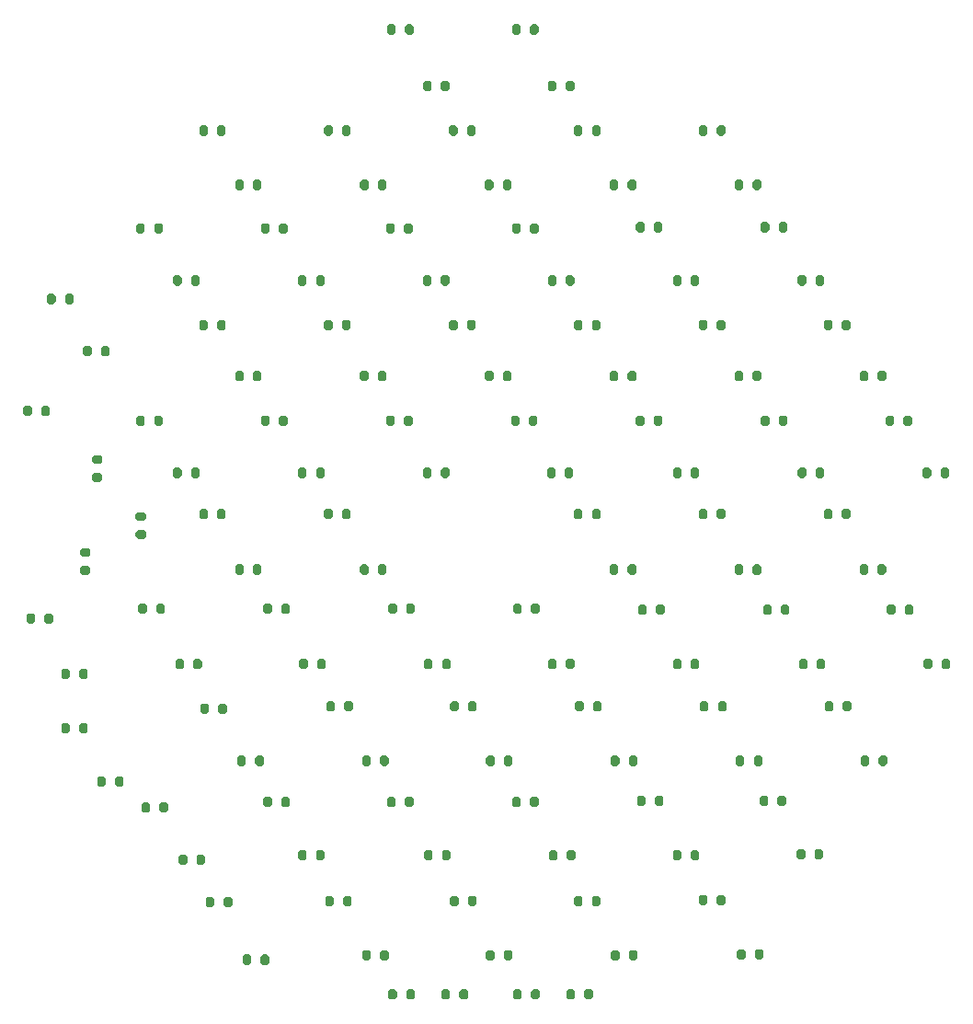
<source format=gbr>
%TF.GenerationSoftware,KiCad,Pcbnew,5.1.10*%
%TF.CreationDate,2021-07-04T18:04:24+02:00*%
%TF.ProjectId,test_10,74657374-5f31-4302-9e6b-696361645f70,0.1*%
%TF.SameCoordinates,Original*%
%TF.FileFunction,Paste,Top*%
%TF.FilePolarity,Positive*%
%FSLAX46Y46*%
G04 Gerber Fmt 4.6, Leading zero omitted, Abs format (unit mm)*
G04 Created by KiCad (PCBNEW 5.1.10) date 2021-07-04 18:04:24*
%MOMM*%
%LPD*%
G01*
G04 APERTURE LIST*
G04 APERTURE END LIST*
%TO.C,R124*%
G36*
G01*
X364425000Y-243625000D02*
X364975000Y-243625000D01*
G75*
G02*
X365175000Y-243825000I0J-200000D01*
G01*
X365175000Y-244225000D01*
G75*
G02*
X364975000Y-244425000I-200000J0D01*
G01*
X364425000Y-244425000D01*
G75*
G02*
X364225000Y-244225000I0J200000D01*
G01*
X364225000Y-243825000D01*
G75*
G02*
X364425000Y-243625000I200000J0D01*
G01*
G37*
G36*
G01*
X364425000Y-241975000D02*
X364975000Y-241975000D01*
G75*
G02*
X365175000Y-242175000I0J-200000D01*
G01*
X365175000Y-242575000D01*
G75*
G02*
X364975000Y-242775000I-200000J0D01*
G01*
X364425000Y-242775000D01*
G75*
G02*
X364225000Y-242575000I0J200000D01*
G01*
X364225000Y-242175000D01*
G75*
G02*
X364425000Y-241975000I200000J0D01*
G01*
G37*
%TD*%
%TO.C,R123*%
G36*
G01*
X409525000Y-291875000D02*
X409525000Y-291325000D01*
G75*
G02*
X409725000Y-291125000I200000J0D01*
G01*
X410125000Y-291125000D01*
G75*
G02*
X410325000Y-291325000I0J-200000D01*
G01*
X410325000Y-291875000D01*
G75*
G02*
X410125000Y-292075000I-200000J0D01*
G01*
X409725000Y-292075000D01*
G75*
G02*
X409525000Y-291875000I0J200000D01*
G01*
G37*
G36*
G01*
X407875000Y-291875000D02*
X407875000Y-291325000D01*
G75*
G02*
X408075000Y-291125000I200000J0D01*
G01*
X408475000Y-291125000D01*
G75*
G02*
X408675000Y-291325000I0J-200000D01*
G01*
X408675000Y-291875000D01*
G75*
G02*
X408475000Y-292075000I-200000J0D01*
G01*
X408075000Y-292075000D01*
G75*
G02*
X407875000Y-291875000I0J200000D01*
G01*
G37*
%TD*%
%TO.C,R122*%
G36*
G01*
X398025000Y-291875000D02*
X398025000Y-291325000D01*
G75*
G02*
X398225000Y-291125000I200000J0D01*
G01*
X398625000Y-291125000D01*
G75*
G02*
X398825000Y-291325000I0J-200000D01*
G01*
X398825000Y-291875000D01*
G75*
G02*
X398625000Y-292075000I-200000J0D01*
G01*
X398225000Y-292075000D01*
G75*
G02*
X398025000Y-291875000I0J200000D01*
G01*
G37*
G36*
G01*
X396375000Y-291875000D02*
X396375000Y-291325000D01*
G75*
G02*
X396575000Y-291125000I200000J0D01*
G01*
X396975000Y-291125000D01*
G75*
G02*
X397175000Y-291325000I0J-200000D01*
G01*
X397175000Y-291875000D01*
G75*
G02*
X396975000Y-292075000I-200000J0D01*
G01*
X396575000Y-292075000D01*
G75*
G02*
X396375000Y-291875000I0J200000D01*
G01*
G37*
%TD*%
%TO.C,R121*%
G36*
G01*
X359525000Y-238175000D02*
X359525000Y-237625000D01*
G75*
G02*
X359725000Y-237425000I200000J0D01*
G01*
X360125000Y-237425000D01*
G75*
G02*
X360325000Y-237625000I0J-200000D01*
G01*
X360325000Y-238175000D01*
G75*
G02*
X360125000Y-238375000I-200000J0D01*
G01*
X359725000Y-238375000D01*
G75*
G02*
X359525000Y-238175000I0J200000D01*
G01*
G37*
G36*
G01*
X357875000Y-238175000D02*
X357875000Y-237625000D01*
G75*
G02*
X358075000Y-237425000I200000J0D01*
G01*
X358475000Y-237425000D01*
G75*
G02*
X358675000Y-237625000I0J-200000D01*
G01*
X358675000Y-238175000D01*
G75*
G02*
X358475000Y-238375000I-200000J0D01*
G01*
X358075000Y-238375000D01*
G75*
G02*
X357875000Y-238175000I0J200000D01*
G01*
G37*
%TD*%
%TO.C,R120*%
G36*
G01*
X404625000Y-291875000D02*
X404625000Y-291325000D01*
G75*
G02*
X404825000Y-291125000I200000J0D01*
G01*
X405225000Y-291125000D01*
G75*
G02*
X405425000Y-291325000I0J-200000D01*
G01*
X405425000Y-291875000D01*
G75*
G02*
X405225000Y-292075000I-200000J0D01*
G01*
X404825000Y-292075000D01*
G75*
G02*
X404625000Y-291875000I0J200000D01*
G01*
G37*
G36*
G01*
X402975000Y-291875000D02*
X402975000Y-291325000D01*
G75*
G02*
X403175000Y-291125000I200000J0D01*
G01*
X403575000Y-291125000D01*
G75*
G02*
X403775000Y-291325000I0J-200000D01*
G01*
X403775000Y-291875000D01*
G75*
G02*
X403575000Y-292075000I-200000J0D01*
G01*
X403175000Y-292075000D01*
G75*
G02*
X402975000Y-291875000I0J200000D01*
G01*
G37*
%TD*%
%TO.C,R119*%
G36*
G01*
X393125000Y-291875000D02*
X393125000Y-291325000D01*
G75*
G02*
X393325000Y-291125000I200000J0D01*
G01*
X393725000Y-291125000D01*
G75*
G02*
X393925000Y-291325000I0J-200000D01*
G01*
X393925000Y-291875000D01*
G75*
G02*
X393725000Y-292075000I-200000J0D01*
G01*
X393325000Y-292075000D01*
G75*
G02*
X393125000Y-291875000I0J200000D01*
G01*
G37*
G36*
G01*
X391475000Y-291875000D02*
X391475000Y-291325000D01*
G75*
G02*
X391675000Y-291125000I200000J0D01*
G01*
X392075000Y-291125000D01*
G75*
G02*
X392275000Y-291325000I0J-200000D01*
G01*
X392275000Y-291875000D01*
G75*
G02*
X392075000Y-292075000I-200000J0D01*
G01*
X391675000Y-292075000D01*
G75*
G02*
X391475000Y-291875000I0J200000D01*
G01*
G37*
%TD*%
%TO.C,R118*%
G36*
G01*
X378875000Y-288125000D02*
X378875000Y-288675000D01*
G75*
G02*
X378675000Y-288875000I-200000J0D01*
G01*
X378275000Y-288875000D01*
G75*
G02*
X378075000Y-288675000I0J200000D01*
G01*
X378075000Y-288125000D01*
G75*
G02*
X378275000Y-287925000I200000J0D01*
G01*
X378675000Y-287925000D01*
G75*
G02*
X378875000Y-288125000I0J-200000D01*
G01*
G37*
G36*
G01*
X380525000Y-288125000D02*
X380525000Y-288675000D01*
G75*
G02*
X380325000Y-288875000I-200000J0D01*
G01*
X379925000Y-288875000D01*
G75*
G02*
X379725000Y-288675000I0J200000D01*
G01*
X379725000Y-288125000D01*
G75*
G02*
X379925000Y-287925000I200000J0D01*
G01*
X380325000Y-287925000D01*
G75*
G02*
X380525000Y-288125000I0J-200000D01*
G01*
G37*
%TD*%
%TO.C,R109*%
G36*
G01*
X376325000Y-283375000D02*
X376325000Y-282825000D01*
G75*
G02*
X376525000Y-282625000I200000J0D01*
G01*
X376925000Y-282625000D01*
G75*
G02*
X377125000Y-282825000I0J-200000D01*
G01*
X377125000Y-283375000D01*
G75*
G02*
X376925000Y-283575000I-200000J0D01*
G01*
X376525000Y-283575000D01*
G75*
G02*
X376325000Y-283375000I0J200000D01*
G01*
G37*
G36*
G01*
X374675000Y-283375000D02*
X374675000Y-282825000D01*
G75*
G02*
X374875000Y-282625000I200000J0D01*
G01*
X375275000Y-282625000D01*
G75*
G02*
X375475000Y-282825000I0J-200000D01*
G01*
X375475000Y-283375000D01*
G75*
G02*
X375275000Y-283575000I-200000J0D01*
G01*
X374875000Y-283575000D01*
G75*
G02*
X374675000Y-283375000I0J200000D01*
G01*
G37*
%TD*%
%TO.C,R117*%
G36*
G01*
X389875000Y-287725000D02*
X389875000Y-288275000D01*
G75*
G02*
X389675000Y-288475000I-200000J0D01*
G01*
X389275000Y-288475000D01*
G75*
G02*
X389075000Y-288275000I0J200000D01*
G01*
X389075000Y-287725000D01*
G75*
G02*
X389275000Y-287525000I200000J0D01*
G01*
X389675000Y-287525000D01*
G75*
G02*
X389875000Y-287725000I0J-200000D01*
G01*
G37*
G36*
G01*
X391525000Y-287725000D02*
X391525000Y-288275000D01*
G75*
G02*
X391325000Y-288475000I-200000J0D01*
G01*
X390925000Y-288475000D01*
G75*
G02*
X390725000Y-288275000I0J200000D01*
G01*
X390725000Y-287725000D01*
G75*
G02*
X390925000Y-287525000I200000J0D01*
G01*
X391325000Y-287525000D01*
G75*
G02*
X391525000Y-287725000I0J-200000D01*
G01*
G37*
%TD*%
%TO.C,R108*%
G36*
G01*
X387325000Y-283275000D02*
X387325000Y-282725000D01*
G75*
G02*
X387525000Y-282525000I200000J0D01*
G01*
X387925000Y-282525000D01*
G75*
G02*
X388125000Y-282725000I0J-200000D01*
G01*
X388125000Y-283275000D01*
G75*
G02*
X387925000Y-283475000I-200000J0D01*
G01*
X387525000Y-283475000D01*
G75*
G02*
X387325000Y-283275000I0J200000D01*
G01*
G37*
G36*
G01*
X385675000Y-283275000D02*
X385675000Y-282725000D01*
G75*
G02*
X385875000Y-282525000I200000J0D01*
G01*
X386275000Y-282525000D01*
G75*
G02*
X386475000Y-282725000I0J-200000D01*
G01*
X386475000Y-283275000D01*
G75*
G02*
X386275000Y-283475000I-200000J0D01*
G01*
X385875000Y-283475000D01*
G75*
G02*
X385675000Y-283275000I0J200000D01*
G01*
G37*
%TD*%
%TO.C,R116*%
G36*
G01*
X395575000Y-278525000D02*
X395575000Y-279075000D01*
G75*
G02*
X395375000Y-279275000I-200000J0D01*
G01*
X394975000Y-279275000D01*
G75*
G02*
X394775000Y-279075000I0J200000D01*
G01*
X394775000Y-278525000D01*
G75*
G02*
X394975000Y-278325000I200000J0D01*
G01*
X395375000Y-278325000D01*
G75*
G02*
X395575000Y-278525000I0J-200000D01*
G01*
G37*
G36*
G01*
X397225000Y-278525000D02*
X397225000Y-279075000D01*
G75*
G02*
X397025000Y-279275000I-200000J0D01*
G01*
X396625000Y-279275000D01*
G75*
G02*
X396425000Y-279075000I0J200000D01*
G01*
X396425000Y-278525000D01*
G75*
G02*
X396625000Y-278325000I200000J0D01*
G01*
X397025000Y-278325000D01*
G75*
G02*
X397225000Y-278525000I0J-200000D01*
G01*
G37*
%TD*%
%TO.C,R115*%
G36*
G01*
X424275000Y-269825000D02*
X424275000Y-270375000D01*
G75*
G02*
X424075000Y-270575000I-200000J0D01*
G01*
X423675000Y-270575000D01*
G75*
G02*
X423475000Y-270375000I0J200000D01*
G01*
X423475000Y-269825000D01*
G75*
G02*
X423675000Y-269625000I200000J0D01*
G01*
X424075000Y-269625000D01*
G75*
G02*
X424275000Y-269825000I0J-200000D01*
G01*
G37*
G36*
G01*
X425925000Y-269825000D02*
X425925000Y-270375000D01*
G75*
G02*
X425725000Y-270575000I-200000J0D01*
G01*
X425325000Y-270575000D01*
G75*
G02*
X425125000Y-270375000I0J200000D01*
G01*
X425125000Y-269825000D01*
G75*
G02*
X425325000Y-269625000I200000J0D01*
G01*
X425725000Y-269625000D01*
G75*
G02*
X425925000Y-269825000I0J-200000D01*
G01*
G37*
%TD*%
%TO.C,R114*%
G36*
G01*
X429975000Y-243325000D02*
X429975000Y-243875000D01*
G75*
G02*
X429775000Y-244075000I-200000J0D01*
G01*
X429375000Y-244075000D01*
G75*
G02*
X429175000Y-243875000I0J200000D01*
G01*
X429175000Y-243325000D01*
G75*
G02*
X429375000Y-243125000I200000J0D01*
G01*
X429775000Y-243125000D01*
G75*
G02*
X429975000Y-243325000I0J-200000D01*
G01*
G37*
G36*
G01*
X431625000Y-243325000D02*
X431625000Y-243875000D01*
G75*
G02*
X431425000Y-244075000I-200000J0D01*
G01*
X431025000Y-244075000D01*
G75*
G02*
X430825000Y-243875000I0J200000D01*
G01*
X430825000Y-243325000D01*
G75*
G02*
X431025000Y-243125000I200000J0D01*
G01*
X431425000Y-243125000D01*
G75*
G02*
X431625000Y-243325000I0J-200000D01*
G01*
G37*
%TD*%
%TO.C,R113*%
G36*
G01*
X424175000Y-252225000D02*
X424175000Y-252775000D01*
G75*
G02*
X423975000Y-252975000I-200000J0D01*
G01*
X423575000Y-252975000D01*
G75*
G02*
X423375000Y-252775000I0J200000D01*
G01*
X423375000Y-252225000D01*
G75*
G02*
X423575000Y-252025000I200000J0D01*
G01*
X423975000Y-252025000D01*
G75*
G02*
X424175000Y-252225000I0J-200000D01*
G01*
G37*
G36*
G01*
X425825000Y-252225000D02*
X425825000Y-252775000D01*
G75*
G02*
X425625000Y-252975000I-200000J0D01*
G01*
X425225000Y-252975000D01*
G75*
G02*
X425025000Y-252775000I0J200000D01*
G01*
X425025000Y-252225000D01*
G75*
G02*
X425225000Y-252025000I200000J0D01*
G01*
X425625000Y-252025000D01*
G75*
G02*
X425825000Y-252225000I0J-200000D01*
G01*
G37*
%TD*%
%TO.C,R112*%
G36*
G01*
X418475000Y-260925000D02*
X418475000Y-261475000D01*
G75*
G02*
X418275000Y-261675000I-200000J0D01*
G01*
X417875000Y-261675000D01*
G75*
G02*
X417675000Y-261475000I0J200000D01*
G01*
X417675000Y-260925000D01*
G75*
G02*
X417875000Y-260725000I200000J0D01*
G01*
X418275000Y-260725000D01*
G75*
G02*
X418475000Y-260925000I0J-200000D01*
G01*
G37*
G36*
G01*
X420125000Y-260925000D02*
X420125000Y-261475000D01*
G75*
G02*
X419925000Y-261675000I-200000J0D01*
G01*
X419525000Y-261675000D01*
G75*
G02*
X419325000Y-261475000I0J200000D01*
G01*
X419325000Y-260925000D01*
G75*
G02*
X419525000Y-260725000I200000J0D01*
G01*
X419925000Y-260725000D01*
G75*
G02*
X420125000Y-260925000I0J-200000D01*
G01*
G37*
%TD*%
%TO.C,R111*%
G36*
G01*
X412775000Y-269825000D02*
X412775000Y-270375000D01*
G75*
G02*
X412575000Y-270575000I-200000J0D01*
G01*
X412175000Y-270575000D01*
G75*
G02*
X411975000Y-270375000I0J200000D01*
G01*
X411975000Y-269825000D01*
G75*
G02*
X412175000Y-269625000I200000J0D01*
G01*
X412575000Y-269625000D01*
G75*
G02*
X412775000Y-269825000I0J-200000D01*
G01*
G37*
G36*
G01*
X414425000Y-269825000D02*
X414425000Y-270375000D01*
G75*
G02*
X414225000Y-270575000I-200000J0D01*
G01*
X413825000Y-270575000D01*
G75*
G02*
X413625000Y-270375000I0J200000D01*
G01*
X413625000Y-269825000D01*
G75*
G02*
X413825000Y-269625000I200000J0D01*
G01*
X414225000Y-269625000D01*
G75*
G02*
X414425000Y-269825000I0J-200000D01*
G01*
G37*
%TD*%
%TO.C,R110*%
G36*
G01*
X435675000Y-252225000D02*
X435675000Y-252775000D01*
G75*
G02*
X435475000Y-252975000I-200000J0D01*
G01*
X435075000Y-252975000D01*
G75*
G02*
X434875000Y-252775000I0J200000D01*
G01*
X434875000Y-252225000D01*
G75*
G02*
X435075000Y-252025000I200000J0D01*
G01*
X435475000Y-252025000D01*
G75*
G02*
X435675000Y-252225000I0J-200000D01*
G01*
G37*
G36*
G01*
X437325000Y-252225000D02*
X437325000Y-252775000D01*
G75*
G02*
X437125000Y-252975000I-200000J0D01*
G01*
X436725000Y-252975000D01*
G75*
G02*
X436525000Y-252775000I0J200000D01*
G01*
X436525000Y-252225000D01*
G75*
G02*
X436725000Y-252025000I200000J0D01*
G01*
X437125000Y-252025000D01*
G75*
G02*
X437325000Y-252225000I0J-200000D01*
G01*
G37*
%TD*%
%TO.C,R107*%
G36*
G01*
X393025000Y-274175000D02*
X393025000Y-273625000D01*
G75*
G02*
X393225000Y-273425000I200000J0D01*
G01*
X393625000Y-273425000D01*
G75*
G02*
X393825000Y-273625000I0J-200000D01*
G01*
X393825000Y-274175000D01*
G75*
G02*
X393625000Y-274375000I-200000J0D01*
G01*
X393225000Y-274375000D01*
G75*
G02*
X393025000Y-274175000I0J200000D01*
G01*
G37*
G36*
G01*
X391375000Y-274175000D02*
X391375000Y-273625000D01*
G75*
G02*
X391575000Y-273425000I200000J0D01*
G01*
X391975000Y-273425000D01*
G75*
G02*
X392175000Y-273625000I0J-200000D01*
G01*
X392175000Y-274175000D01*
G75*
G02*
X391975000Y-274375000I-200000J0D01*
G01*
X391575000Y-274375000D01*
G75*
G02*
X391375000Y-274175000I0J200000D01*
G01*
G37*
%TD*%
%TO.C,R106*%
G36*
G01*
X421825000Y-265375000D02*
X421825000Y-264825000D01*
G75*
G02*
X422025000Y-264625000I200000J0D01*
G01*
X422425000Y-264625000D01*
G75*
G02*
X422625000Y-264825000I0J-200000D01*
G01*
X422625000Y-265375000D01*
G75*
G02*
X422425000Y-265575000I-200000J0D01*
G01*
X422025000Y-265575000D01*
G75*
G02*
X421825000Y-265375000I0J200000D01*
G01*
G37*
G36*
G01*
X420175000Y-265375000D02*
X420175000Y-264825000D01*
G75*
G02*
X420375000Y-264625000I200000J0D01*
G01*
X420775000Y-264625000D01*
G75*
G02*
X420975000Y-264825000I0J-200000D01*
G01*
X420975000Y-265375000D01*
G75*
G02*
X420775000Y-265575000I-200000J0D01*
G01*
X420375000Y-265575000D01*
G75*
G02*
X420175000Y-265375000I0J200000D01*
G01*
G37*
%TD*%
%TO.C,R105*%
G36*
G01*
X427425000Y-239075000D02*
X427425000Y-238525000D01*
G75*
G02*
X427625000Y-238325000I200000J0D01*
G01*
X428025000Y-238325000D01*
G75*
G02*
X428225000Y-238525000I0J-200000D01*
G01*
X428225000Y-239075000D01*
G75*
G02*
X428025000Y-239275000I-200000J0D01*
G01*
X427625000Y-239275000D01*
G75*
G02*
X427425000Y-239075000I0J200000D01*
G01*
G37*
G36*
G01*
X425775000Y-239075000D02*
X425775000Y-238525000D01*
G75*
G02*
X425975000Y-238325000I200000J0D01*
G01*
X426375000Y-238325000D01*
G75*
G02*
X426575000Y-238525000I0J-200000D01*
G01*
X426575000Y-239075000D01*
G75*
G02*
X426375000Y-239275000I-200000J0D01*
G01*
X425975000Y-239275000D01*
G75*
G02*
X425775000Y-239075000I0J200000D01*
G01*
G37*
%TD*%
%TO.C,R104*%
G36*
G01*
X421725000Y-247675000D02*
X421725000Y-247125000D01*
G75*
G02*
X421925000Y-246925000I200000J0D01*
G01*
X422325000Y-246925000D01*
G75*
G02*
X422525000Y-247125000I0J-200000D01*
G01*
X422525000Y-247675000D01*
G75*
G02*
X422325000Y-247875000I-200000J0D01*
G01*
X421925000Y-247875000D01*
G75*
G02*
X421725000Y-247675000I0J200000D01*
G01*
G37*
G36*
G01*
X420075000Y-247675000D02*
X420075000Y-247125000D01*
G75*
G02*
X420275000Y-246925000I200000J0D01*
G01*
X420675000Y-246925000D01*
G75*
G02*
X420875000Y-247125000I0J-200000D01*
G01*
X420875000Y-247675000D01*
G75*
G02*
X420675000Y-247875000I-200000J0D01*
G01*
X420275000Y-247875000D01*
G75*
G02*
X420075000Y-247675000I0J200000D01*
G01*
G37*
%TD*%
%TO.C,R103*%
G36*
G01*
X416125000Y-256475000D02*
X416125000Y-255925000D01*
G75*
G02*
X416325000Y-255725000I200000J0D01*
G01*
X416725000Y-255725000D01*
G75*
G02*
X416925000Y-255925000I0J-200000D01*
G01*
X416925000Y-256475000D01*
G75*
G02*
X416725000Y-256675000I-200000J0D01*
G01*
X416325000Y-256675000D01*
G75*
G02*
X416125000Y-256475000I0J200000D01*
G01*
G37*
G36*
G01*
X414475000Y-256475000D02*
X414475000Y-255925000D01*
G75*
G02*
X414675000Y-255725000I200000J0D01*
G01*
X415075000Y-255725000D01*
G75*
G02*
X415275000Y-255925000I0J-200000D01*
G01*
X415275000Y-256475000D01*
G75*
G02*
X415075000Y-256675000I-200000J0D01*
G01*
X414675000Y-256675000D01*
G75*
G02*
X414475000Y-256475000I0J200000D01*
G01*
G37*
%TD*%
%TO.C,R102*%
G36*
G01*
X410325000Y-265375000D02*
X410325000Y-264825000D01*
G75*
G02*
X410525000Y-264625000I200000J0D01*
G01*
X410925000Y-264625000D01*
G75*
G02*
X411125000Y-264825000I0J-200000D01*
G01*
X411125000Y-265375000D01*
G75*
G02*
X410925000Y-265575000I-200000J0D01*
G01*
X410525000Y-265575000D01*
G75*
G02*
X410325000Y-265375000I0J200000D01*
G01*
G37*
G36*
G01*
X408675000Y-265375000D02*
X408675000Y-264825000D01*
G75*
G02*
X408875000Y-264625000I200000J0D01*
G01*
X409275000Y-264625000D01*
G75*
G02*
X409475000Y-264825000I0J-200000D01*
G01*
X409475000Y-265375000D01*
G75*
G02*
X409275000Y-265575000I-200000J0D01*
G01*
X408875000Y-265575000D01*
G75*
G02*
X408675000Y-265375000I0J200000D01*
G01*
G37*
%TD*%
%TO.C,R101*%
G36*
G01*
X433225000Y-247675000D02*
X433225000Y-247125000D01*
G75*
G02*
X433425000Y-246925000I200000J0D01*
G01*
X433825000Y-246925000D01*
G75*
G02*
X434025000Y-247125000I0J-200000D01*
G01*
X434025000Y-247675000D01*
G75*
G02*
X433825000Y-247875000I-200000J0D01*
G01*
X433425000Y-247875000D01*
G75*
G02*
X433225000Y-247675000I0J200000D01*
G01*
G37*
G36*
G01*
X431575000Y-247675000D02*
X431575000Y-247125000D01*
G75*
G02*
X431775000Y-246925000I200000J0D01*
G01*
X432175000Y-246925000D01*
G75*
G02*
X432375000Y-247125000I0J-200000D01*
G01*
X432375000Y-247675000D01*
G75*
G02*
X432175000Y-247875000I-200000J0D01*
G01*
X431775000Y-247875000D01*
G75*
G02*
X431575000Y-247675000I0J200000D01*
G01*
G37*
%TD*%
%TO.C,R100*%
G36*
G01*
X395475000Y-207725000D02*
X395475000Y-208275000D01*
G75*
G02*
X395275000Y-208475000I-200000J0D01*
G01*
X394875000Y-208475000D01*
G75*
G02*
X394675000Y-208275000I0J200000D01*
G01*
X394675000Y-207725000D01*
G75*
G02*
X394875000Y-207525000I200000J0D01*
G01*
X395275000Y-207525000D01*
G75*
G02*
X395475000Y-207725000I0J-200000D01*
G01*
G37*
G36*
G01*
X397125000Y-207725000D02*
X397125000Y-208275000D01*
G75*
G02*
X396925000Y-208475000I-200000J0D01*
G01*
X396525000Y-208475000D01*
G75*
G02*
X396325000Y-208275000I0J200000D01*
G01*
X396325000Y-207725000D01*
G75*
G02*
X396525000Y-207525000I200000J0D01*
G01*
X396925000Y-207525000D01*
G75*
G02*
X397125000Y-207725000I0J-200000D01*
G01*
G37*
%TD*%
%TO.C,R99*%
G36*
G01*
X389675000Y-234425000D02*
X389675000Y-234975000D01*
G75*
G02*
X389475000Y-235175000I-200000J0D01*
G01*
X389075000Y-235175000D01*
G75*
G02*
X388875000Y-234975000I0J200000D01*
G01*
X388875000Y-234425000D01*
G75*
G02*
X389075000Y-234225000I200000J0D01*
G01*
X389475000Y-234225000D01*
G75*
G02*
X389675000Y-234425000I0J-200000D01*
G01*
G37*
G36*
G01*
X391325000Y-234425000D02*
X391325000Y-234975000D01*
G75*
G02*
X391125000Y-235175000I-200000J0D01*
G01*
X390725000Y-235175000D01*
G75*
G02*
X390525000Y-234975000I0J200000D01*
G01*
X390525000Y-234425000D01*
G75*
G02*
X390725000Y-234225000I200000J0D01*
G01*
X391125000Y-234225000D01*
G75*
G02*
X391325000Y-234425000I0J-200000D01*
G01*
G37*
%TD*%
%TO.C,R98*%
G36*
G01*
X395475000Y-225625000D02*
X395475000Y-226175000D01*
G75*
G02*
X395275000Y-226375000I-200000J0D01*
G01*
X394875000Y-226375000D01*
G75*
G02*
X394675000Y-226175000I0J200000D01*
G01*
X394675000Y-225625000D01*
G75*
G02*
X394875000Y-225425000I200000J0D01*
G01*
X395275000Y-225425000D01*
G75*
G02*
X395475000Y-225625000I0J-200000D01*
G01*
G37*
G36*
G01*
X397125000Y-225625000D02*
X397125000Y-226175000D01*
G75*
G02*
X396925000Y-226375000I-200000J0D01*
G01*
X396525000Y-226375000D01*
G75*
G02*
X396325000Y-226175000I0J200000D01*
G01*
X396325000Y-225625000D01*
G75*
G02*
X396525000Y-225425000I200000J0D01*
G01*
X396925000Y-225425000D01*
G75*
G02*
X397125000Y-225625000I0J-200000D01*
G01*
G37*
%TD*%
%TO.C,R97*%
G36*
G01*
X412675000Y-216825000D02*
X412675000Y-217375000D01*
G75*
G02*
X412475000Y-217575000I-200000J0D01*
G01*
X412075000Y-217575000D01*
G75*
G02*
X411875000Y-217375000I0J200000D01*
G01*
X411875000Y-216825000D01*
G75*
G02*
X412075000Y-216625000I200000J0D01*
G01*
X412475000Y-216625000D01*
G75*
G02*
X412675000Y-216825000I0J-200000D01*
G01*
G37*
G36*
G01*
X414325000Y-216825000D02*
X414325000Y-217375000D01*
G75*
G02*
X414125000Y-217575000I-200000J0D01*
G01*
X413725000Y-217575000D01*
G75*
G02*
X413525000Y-217375000I0J200000D01*
G01*
X413525000Y-216825000D01*
G75*
G02*
X413725000Y-216625000I200000J0D01*
G01*
X414125000Y-216625000D01*
G75*
G02*
X414325000Y-216825000I0J-200000D01*
G01*
G37*
%TD*%
%TO.C,R96*%
G36*
G01*
X365475000Y-271725000D02*
X365475000Y-272275000D01*
G75*
G02*
X365275000Y-272475000I-200000J0D01*
G01*
X364875000Y-272475000D01*
G75*
G02*
X364675000Y-272275000I0J200000D01*
G01*
X364675000Y-271725000D01*
G75*
G02*
X364875000Y-271525000I200000J0D01*
G01*
X365275000Y-271525000D01*
G75*
G02*
X365475000Y-271725000I0J-200000D01*
G01*
G37*
G36*
G01*
X367125000Y-271725000D02*
X367125000Y-272275000D01*
G75*
G02*
X366925000Y-272475000I-200000J0D01*
G01*
X366525000Y-272475000D01*
G75*
G02*
X366325000Y-272275000I0J200000D01*
G01*
X366325000Y-271725000D01*
G75*
G02*
X366525000Y-271525000I200000J0D01*
G01*
X366925000Y-271525000D01*
G75*
G02*
X367125000Y-271725000I0J-200000D01*
G01*
G37*
%TD*%
%TO.C,R95*%
G36*
G01*
X378175000Y-252225000D02*
X378175000Y-252775000D01*
G75*
G02*
X377975000Y-252975000I-200000J0D01*
G01*
X377575000Y-252975000D01*
G75*
G02*
X377375000Y-252775000I0J200000D01*
G01*
X377375000Y-252225000D01*
G75*
G02*
X377575000Y-252025000I200000J0D01*
G01*
X377975000Y-252025000D01*
G75*
G02*
X378175000Y-252225000I0J-200000D01*
G01*
G37*
G36*
G01*
X379825000Y-252225000D02*
X379825000Y-252775000D01*
G75*
G02*
X379625000Y-252975000I-200000J0D01*
G01*
X379225000Y-252975000D01*
G75*
G02*
X379025000Y-252775000I0J200000D01*
G01*
X379025000Y-252225000D01*
G75*
G02*
X379225000Y-252025000I200000J0D01*
G01*
X379625000Y-252025000D01*
G75*
G02*
X379825000Y-252225000I0J-200000D01*
G01*
G37*
%TD*%
%TO.C,R94*%
G36*
G01*
X383975000Y-243325000D02*
X383975000Y-243875000D01*
G75*
G02*
X383775000Y-244075000I-200000J0D01*
G01*
X383375000Y-244075000D01*
G75*
G02*
X383175000Y-243875000I0J200000D01*
G01*
X383175000Y-243325000D01*
G75*
G02*
X383375000Y-243125000I200000J0D01*
G01*
X383775000Y-243125000D01*
G75*
G02*
X383975000Y-243325000I0J-200000D01*
G01*
G37*
G36*
G01*
X385625000Y-243325000D02*
X385625000Y-243875000D01*
G75*
G02*
X385425000Y-244075000I-200000J0D01*
G01*
X385025000Y-244075000D01*
G75*
G02*
X384825000Y-243875000I0J200000D01*
G01*
X384825000Y-243325000D01*
G75*
G02*
X385025000Y-243125000I200000J0D01*
G01*
X385425000Y-243125000D01*
G75*
G02*
X385625000Y-243325000I0J-200000D01*
G01*
G37*
%TD*%
%TO.C,R93*%
G36*
G01*
X401175000Y-234425000D02*
X401175000Y-234975000D01*
G75*
G02*
X400975000Y-235175000I-200000J0D01*
G01*
X400575000Y-235175000D01*
G75*
G02*
X400375000Y-234975000I0J200000D01*
G01*
X400375000Y-234425000D01*
G75*
G02*
X400575000Y-234225000I200000J0D01*
G01*
X400975000Y-234225000D01*
G75*
G02*
X401175000Y-234425000I0J-200000D01*
G01*
G37*
G36*
G01*
X402825000Y-234425000D02*
X402825000Y-234975000D01*
G75*
G02*
X402625000Y-235175000I-200000J0D01*
G01*
X402225000Y-235175000D01*
G75*
G02*
X402025000Y-234975000I0J200000D01*
G01*
X402025000Y-234425000D01*
G75*
G02*
X402225000Y-234225000I200000J0D01*
G01*
X402625000Y-234225000D01*
G75*
G02*
X402825000Y-234425000I0J-200000D01*
G01*
G37*
%TD*%
%TO.C,R92*%
G36*
G01*
X406975000Y-225625000D02*
X406975000Y-226175000D01*
G75*
G02*
X406775000Y-226375000I-200000J0D01*
G01*
X406375000Y-226375000D01*
G75*
G02*
X406175000Y-226175000I0J200000D01*
G01*
X406175000Y-225625000D01*
G75*
G02*
X406375000Y-225425000I200000J0D01*
G01*
X406775000Y-225425000D01*
G75*
G02*
X406975000Y-225625000I0J-200000D01*
G01*
G37*
G36*
G01*
X408625000Y-225625000D02*
X408625000Y-226175000D01*
G75*
G02*
X408425000Y-226375000I-200000J0D01*
G01*
X408025000Y-226375000D01*
G75*
G02*
X407825000Y-226175000I0J200000D01*
G01*
X407825000Y-225625000D01*
G75*
G02*
X408025000Y-225425000I200000J0D01*
G01*
X408425000Y-225425000D01*
G75*
G02*
X408625000Y-225625000I0J-200000D01*
G01*
G37*
%TD*%
%TO.C,R91*%
G36*
G01*
X424175000Y-216825000D02*
X424175000Y-217375000D01*
G75*
G02*
X423975000Y-217575000I-200000J0D01*
G01*
X423575000Y-217575000D01*
G75*
G02*
X423375000Y-217375000I0J200000D01*
G01*
X423375000Y-216825000D01*
G75*
G02*
X423575000Y-216625000I200000J0D01*
G01*
X423975000Y-216625000D01*
G75*
G02*
X424175000Y-216825000I0J-200000D01*
G01*
G37*
G36*
G01*
X425825000Y-216825000D02*
X425825000Y-217375000D01*
G75*
G02*
X425625000Y-217575000I-200000J0D01*
G01*
X425225000Y-217575000D01*
G75*
G02*
X425025000Y-217375000I0J200000D01*
G01*
X425025000Y-216825000D01*
G75*
G02*
X425225000Y-216625000I200000J0D01*
G01*
X425625000Y-216625000D01*
G75*
G02*
X425825000Y-216825000I0J-200000D01*
G01*
G37*
%TD*%
%TO.C,R90*%
G36*
G01*
X393025000Y-203075000D02*
X393025000Y-202525000D01*
G75*
G02*
X393225000Y-202325000I200000J0D01*
G01*
X393625000Y-202325000D01*
G75*
G02*
X393825000Y-202525000I0J-200000D01*
G01*
X393825000Y-203075000D01*
G75*
G02*
X393625000Y-203275000I-200000J0D01*
G01*
X393225000Y-203275000D01*
G75*
G02*
X393025000Y-203075000I0J200000D01*
G01*
G37*
G36*
G01*
X391375000Y-203075000D02*
X391375000Y-202525000D01*
G75*
G02*
X391575000Y-202325000I200000J0D01*
G01*
X391975000Y-202325000D01*
G75*
G02*
X392175000Y-202525000I0J-200000D01*
G01*
X392175000Y-203075000D01*
G75*
G02*
X391975000Y-203275000I-200000J0D01*
G01*
X391575000Y-203275000D01*
G75*
G02*
X391375000Y-203075000I0J200000D01*
G01*
G37*
%TD*%
%TO.C,R89*%
G36*
G01*
X387225000Y-230275000D02*
X387225000Y-229725000D01*
G75*
G02*
X387425000Y-229525000I200000J0D01*
G01*
X387825000Y-229525000D01*
G75*
G02*
X388025000Y-229725000I0J-200000D01*
G01*
X388025000Y-230275000D01*
G75*
G02*
X387825000Y-230475000I-200000J0D01*
G01*
X387425000Y-230475000D01*
G75*
G02*
X387225000Y-230275000I0J200000D01*
G01*
G37*
G36*
G01*
X385575000Y-230275000D02*
X385575000Y-229725000D01*
G75*
G02*
X385775000Y-229525000I200000J0D01*
G01*
X386175000Y-229525000D01*
G75*
G02*
X386375000Y-229725000I0J-200000D01*
G01*
X386375000Y-230275000D01*
G75*
G02*
X386175000Y-230475000I-200000J0D01*
G01*
X385775000Y-230475000D01*
G75*
G02*
X385575000Y-230275000I0J200000D01*
G01*
G37*
%TD*%
%TO.C,R88*%
G36*
G01*
X392925000Y-221375000D02*
X392925000Y-220825000D01*
G75*
G02*
X393125000Y-220625000I200000J0D01*
G01*
X393525000Y-220625000D01*
G75*
G02*
X393725000Y-220825000I0J-200000D01*
G01*
X393725000Y-221375000D01*
G75*
G02*
X393525000Y-221575000I-200000J0D01*
G01*
X393125000Y-221575000D01*
G75*
G02*
X392925000Y-221375000I0J200000D01*
G01*
G37*
G36*
G01*
X391275000Y-221375000D02*
X391275000Y-220825000D01*
G75*
G02*
X391475000Y-220625000I200000J0D01*
G01*
X391875000Y-220625000D01*
G75*
G02*
X392075000Y-220825000I0J-200000D01*
G01*
X392075000Y-221375000D01*
G75*
G02*
X391875000Y-221575000I-200000J0D01*
G01*
X391475000Y-221575000D01*
G75*
G02*
X391275000Y-221375000I0J200000D01*
G01*
G37*
%TD*%
%TO.C,R87*%
G36*
G01*
X410225000Y-212375000D02*
X410225000Y-211825000D01*
G75*
G02*
X410425000Y-211625000I200000J0D01*
G01*
X410825000Y-211625000D01*
G75*
G02*
X411025000Y-211825000I0J-200000D01*
G01*
X411025000Y-212375000D01*
G75*
G02*
X410825000Y-212575000I-200000J0D01*
G01*
X410425000Y-212575000D01*
G75*
G02*
X410225000Y-212375000I0J200000D01*
G01*
G37*
G36*
G01*
X408575000Y-212375000D02*
X408575000Y-211825000D01*
G75*
G02*
X408775000Y-211625000I200000J0D01*
G01*
X409175000Y-211625000D01*
G75*
G02*
X409375000Y-211825000I0J-200000D01*
G01*
X409375000Y-212375000D01*
G75*
G02*
X409175000Y-212575000I-200000J0D01*
G01*
X408775000Y-212575000D01*
G75*
G02*
X408575000Y-212375000I0J200000D01*
G01*
G37*
%TD*%
%TO.C,R86*%
G36*
G01*
X363025000Y-267375000D02*
X363025000Y-266825000D01*
G75*
G02*
X363225000Y-266625000I200000J0D01*
G01*
X363625000Y-266625000D01*
G75*
G02*
X363825000Y-266825000I0J-200000D01*
G01*
X363825000Y-267375000D01*
G75*
G02*
X363625000Y-267575000I-200000J0D01*
G01*
X363225000Y-267575000D01*
G75*
G02*
X363025000Y-267375000I0J200000D01*
G01*
G37*
G36*
G01*
X361375000Y-267375000D02*
X361375000Y-266825000D01*
G75*
G02*
X361575000Y-266625000I200000J0D01*
G01*
X361975000Y-266625000D01*
G75*
G02*
X362175000Y-266825000I0J-200000D01*
G01*
X362175000Y-267375000D01*
G75*
G02*
X361975000Y-267575000I-200000J0D01*
G01*
X361575000Y-267575000D01*
G75*
G02*
X361375000Y-267375000I0J200000D01*
G01*
G37*
%TD*%
%TO.C,R85*%
G36*
G01*
X375725000Y-247675000D02*
X375725000Y-247125000D01*
G75*
G02*
X375925000Y-246925000I200000J0D01*
G01*
X376325000Y-246925000D01*
G75*
G02*
X376525000Y-247125000I0J-200000D01*
G01*
X376525000Y-247675000D01*
G75*
G02*
X376325000Y-247875000I-200000J0D01*
G01*
X375925000Y-247875000D01*
G75*
G02*
X375725000Y-247675000I0J200000D01*
G01*
G37*
G36*
G01*
X374075000Y-247675000D02*
X374075000Y-247125000D01*
G75*
G02*
X374275000Y-246925000I200000J0D01*
G01*
X374675000Y-246925000D01*
G75*
G02*
X374875000Y-247125000I0J-200000D01*
G01*
X374875000Y-247675000D01*
G75*
G02*
X374675000Y-247875000I-200000J0D01*
G01*
X374275000Y-247875000D01*
G75*
G02*
X374075000Y-247675000I0J200000D01*
G01*
G37*
%TD*%
%TO.C,R84*%
G36*
G01*
X381425000Y-239075000D02*
X381425000Y-238525000D01*
G75*
G02*
X381625000Y-238325000I200000J0D01*
G01*
X382025000Y-238325000D01*
G75*
G02*
X382225000Y-238525000I0J-200000D01*
G01*
X382225000Y-239075000D01*
G75*
G02*
X382025000Y-239275000I-200000J0D01*
G01*
X381625000Y-239275000D01*
G75*
G02*
X381425000Y-239075000I0J200000D01*
G01*
G37*
G36*
G01*
X379775000Y-239075000D02*
X379775000Y-238525000D01*
G75*
G02*
X379975000Y-238325000I200000J0D01*
G01*
X380375000Y-238325000D01*
G75*
G02*
X380575000Y-238525000I0J-200000D01*
G01*
X380575000Y-239075000D01*
G75*
G02*
X380375000Y-239275000I-200000J0D01*
G01*
X379975000Y-239275000D01*
G75*
G02*
X379775000Y-239075000I0J200000D01*
G01*
G37*
%TD*%
%TO.C,R83*%
G36*
G01*
X398725000Y-230275000D02*
X398725000Y-229725000D01*
G75*
G02*
X398925000Y-229525000I200000J0D01*
G01*
X399325000Y-229525000D01*
G75*
G02*
X399525000Y-229725000I0J-200000D01*
G01*
X399525000Y-230275000D01*
G75*
G02*
X399325000Y-230475000I-200000J0D01*
G01*
X398925000Y-230475000D01*
G75*
G02*
X398725000Y-230275000I0J200000D01*
G01*
G37*
G36*
G01*
X397075000Y-230275000D02*
X397075000Y-229725000D01*
G75*
G02*
X397275000Y-229525000I200000J0D01*
G01*
X397675000Y-229525000D01*
G75*
G02*
X397875000Y-229725000I0J-200000D01*
G01*
X397875000Y-230275000D01*
G75*
G02*
X397675000Y-230475000I-200000J0D01*
G01*
X397275000Y-230475000D01*
G75*
G02*
X397075000Y-230275000I0J200000D01*
G01*
G37*
%TD*%
%TO.C,R82*%
G36*
G01*
X404525000Y-221375000D02*
X404525000Y-220825000D01*
G75*
G02*
X404725000Y-220625000I200000J0D01*
G01*
X405125000Y-220625000D01*
G75*
G02*
X405325000Y-220825000I0J-200000D01*
G01*
X405325000Y-221375000D01*
G75*
G02*
X405125000Y-221575000I-200000J0D01*
G01*
X404725000Y-221575000D01*
G75*
G02*
X404525000Y-221375000I0J200000D01*
G01*
G37*
G36*
G01*
X402875000Y-221375000D02*
X402875000Y-220825000D01*
G75*
G02*
X403075000Y-220625000I200000J0D01*
G01*
X403475000Y-220625000D01*
G75*
G02*
X403675000Y-220825000I0J-200000D01*
G01*
X403675000Y-221375000D01*
G75*
G02*
X403475000Y-221575000I-200000J0D01*
G01*
X403075000Y-221575000D01*
G75*
G02*
X402875000Y-221375000I0J200000D01*
G01*
G37*
%TD*%
%TO.C,R81*%
G36*
G01*
X421725000Y-212375000D02*
X421725000Y-211825000D01*
G75*
G02*
X421925000Y-211625000I200000J0D01*
G01*
X422325000Y-211625000D01*
G75*
G02*
X422525000Y-211825000I0J-200000D01*
G01*
X422525000Y-212375000D01*
G75*
G02*
X422325000Y-212575000I-200000J0D01*
G01*
X421925000Y-212575000D01*
G75*
G02*
X421725000Y-212375000I0J200000D01*
G01*
G37*
G36*
G01*
X420075000Y-212375000D02*
X420075000Y-211825000D01*
G75*
G02*
X420275000Y-211625000I200000J0D01*
G01*
X420675000Y-211625000D01*
G75*
G02*
X420875000Y-211825000I0J-200000D01*
G01*
X420875000Y-212375000D01*
G75*
G02*
X420675000Y-212575000I-200000J0D01*
G01*
X420275000Y-212575000D01*
G75*
G02*
X420075000Y-212375000I0J200000D01*
G01*
G37*
%TD*%
%TO.C,R80*%
G36*
G01*
X383975000Y-278525000D02*
X383975000Y-279075000D01*
G75*
G02*
X383775000Y-279275000I-200000J0D01*
G01*
X383375000Y-279275000D01*
G75*
G02*
X383175000Y-279075000I0J200000D01*
G01*
X383175000Y-278525000D01*
G75*
G02*
X383375000Y-278325000I200000J0D01*
G01*
X383775000Y-278325000D01*
G75*
G02*
X383975000Y-278525000I0J-200000D01*
G01*
G37*
G36*
G01*
X385625000Y-278525000D02*
X385625000Y-279075000D01*
G75*
G02*
X385425000Y-279275000I-200000J0D01*
G01*
X385025000Y-279275000D01*
G75*
G02*
X384825000Y-279075000I0J200000D01*
G01*
X384825000Y-278525000D01*
G75*
G02*
X385025000Y-278325000I200000J0D01*
G01*
X385425000Y-278325000D01*
G75*
G02*
X385625000Y-278525000I0J-200000D01*
G01*
G37*
%TD*%
%TO.C,R79*%
G36*
G01*
X441475000Y-243325000D02*
X441475000Y-243875000D01*
G75*
G02*
X441275000Y-244075000I-200000J0D01*
G01*
X440875000Y-244075000D01*
G75*
G02*
X440675000Y-243875000I0J200000D01*
G01*
X440675000Y-243325000D01*
G75*
G02*
X440875000Y-243125000I200000J0D01*
G01*
X441275000Y-243125000D01*
G75*
G02*
X441475000Y-243325000I0J-200000D01*
G01*
G37*
G36*
G01*
X443125000Y-243325000D02*
X443125000Y-243875000D01*
G75*
G02*
X442925000Y-244075000I-200000J0D01*
G01*
X442525000Y-244075000D01*
G75*
G02*
X442325000Y-243875000I0J200000D01*
G01*
X442325000Y-243325000D01*
G75*
G02*
X442525000Y-243125000I200000J0D01*
G01*
X442925000Y-243125000D01*
G75*
G02*
X443125000Y-243325000I0J-200000D01*
G01*
G37*
%TD*%
%TO.C,R78*%
G36*
G01*
X372675000Y-260925000D02*
X372675000Y-261475000D01*
G75*
G02*
X372475000Y-261675000I-200000J0D01*
G01*
X372075000Y-261675000D01*
G75*
G02*
X371875000Y-261475000I0J200000D01*
G01*
X371875000Y-260925000D01*
G75*
G02*
X372075000Y-260725000I200000J0D01*
G01*
X372475000Y-260725000D01*
G75*
G02*
X372675000Y-260925000I0J-200000D01*
G01*
G37*
G36*
G01*
X374325000Y-260925000D02*
X374325000Y-261475000D01*
G75*
G02*
X374125000Y-261675000I-200000J0D01*
G01*
X373725000Y-261675000D01*
G75*
G02*
X373525000Y-261475000I0J200000D01*
G01*
X373525000Y-260925000D01*
G75*
G02*
X373725000Y-260725000I200000J0D01*
G01*
X374125000Y-260725000D01*
G75*
G02*
X374325000Y-260925000I0J-200000D01*
G01*
G37*
%TD*%
%TO.C,R77*%
G36*
G01*
X401275000Y-287725000D02*
X401275000Y-288275000D01*
G75*
G02*
X401075000Y-288475000I-200000J0D01*
G01*
X400675000Y-288475000D01*
G75*
G02*
X400475000Y-288275000I0J200000D01*
G01*
X400475000Y-287725000D01*
G75*
G02*
X400675000Y-287525000I200000J0D01*
G01*
X401075000Y-287525000D01*
G75*
G02*
X401275000Y-287725000I0J-200000D01*
G01*
G37*
G36*
G01*
X402925000Y-287725000D02*
X402925000Y-288275000D01*
G75*
G02*
X402725000Y-288475000I-200000J0D01*
G01*
X402325000Y-288475000D01*
G75*
G02*
X402125000Y-288275000I0J200000D01*
G01*
X402125000Y-287725000D01*
G75*
G02*
X402325000Y-287525000I200000J0D01*
G01*
X402725000Y-287525000D01*
G75*
G02*
X402925000Y-287725000I0J-200000D01*
G01*
G37*
%TD*%
%TO.C,R76*%
G36*
G01*
X407075000Y-278525000D02*
X407075000Y-279075000D01*
G75*
G02*
X406875000Y-279275000I-200000J0D01*
G01*
X406475000Y-279275000D01*
G75*
G02*
X406275000Y-279075000I0J200000D01*
G01*
X406275000Y-278525000D01*
G75*
G02*
X406475000Y-278325000I200000J0D01*
G01*
X406875000Y-278325000D01*
G75*
G02*
X407075000Y-278525000I0J-200000D01*
G01*
G37*
G36*
G01*
X408725000Y-278525000D02*
X408725000Y-279075000D01*
G75*
G02*
X408525000Y-279275000I-200000J0D01*
G01*
X408125000Y-279275000D01*
G75*
G02*
X407925000Y-279075000I0J200000D01*
G01*
X407925000Y-278525000D01*
G75*
G02*
X408125000Y-278325000I200000J0D01*
G01*
X408525000Y-278325000D01*
G75*
G02*
X408725000Y-278525000I0J-200000D01*
G01*
G37*
%TD*%
%TO.C,R75*%
G36*
G01*
X435775000Y-269825000D02*
X435775000Y-270375000D01*
G75*
G02*
X435575000Y-270575000I-200000J0D01*
G01*
X435175000Y-270575000D01*
G75*
G02*
X434975000Y-270375000I0J200000D01*
G01*
X434975000Y-269825000D01*
G75*
G02*
X435175000Y-269625000I200000J0D01*
G01*
X435575000Y-269625000D01*
G75*
G02*
X435775000Y-269825000I0J-200000D01*
G01*
G37*
G36*
G01*
X437425000Y-269825000D02*
X437425000Y-270375000D01*
G75*
G02*
X437225000Y-270575000I-200000J0D01*
G01*
X436825000Y-270575000D01*
G75*
G02*
X436625000Y-270375000I0J200000D01*
G01*
X436625000Y-269825000D01*
G75*
G02*
X436825000Y-269625000I200000J0D01*
G01*
X437225000Y-269625000D01*
G75*
G02*
X437425000Y-269825000I0J-200000D01*
G01*
G37*
%TD*%
%TO.C,R74*%
G36*
G01*
X441575000Y-260925000D02*
X441575000Y-261475000D01*
G75*
G02*
X441375000Y-261675000I-200000J0D01*
G01*
X440975000Y-261675000D01*
G75*
G02*
X440775000Y-261475000I0J200000D01*
G01*
X440775000Y-260925000D01*
G75*
G02*
X440975000Y-260725000I200000J0D01*
G01*
X441375000Y-260725000D01*
G75*
G02*
X441575000Y-260925000I0J-200000D01*
G01*
G37*
G36*
G01*
X443225000Y-260925000D02*
X443225000Y-261475000D01*
G75*
G02*
X443025000Y-261675000I-200000J0D01*
G01*
X442625000Y-261675000D01*
G75*
G02*
X442425000Y-261475000I0J200000D01*
G01*
X442425000Y-260925000D01*
G75*
G02*
X442625000Y-260725000I200000J0D01*
G01*
X443025000Y-260725000D01*
G75*
G02*
X443225000Y-260925000I0J-200000D01*
G01*
G37*
%TD*%
%TO.C,R73*%
G36*
G01*
X429875000Y-278425000D02*
X429875000Y-278975000D01*
G75*
G02*
X429675000Y-279175000I-200000J0D01*
G01*
X429275000Y-279175000D01*
G75*
G02*
X429075000Y-278975000I0J200000D01*
G01*
X429075000Y-278425000D01*
G75*
G02*
X429275000Y-278225000I200000J0D01*
G01*
X429675000Y-278225000D01*
G75*
G02*
X429875000Y-278425000I0J-200000D01*
G01*
G37*
G36*
G01*
X431525000Y-278425000D02*
X431525000Y-278975000D01*
G75*
G02*
X431325000Y-279175000I-200000J0D01*
G01*
X430925000Y-279175000D01*
G75*
G02*
X430725000Y-278975000I0J200000D01*
G01*
X430725000Y-278425000D01*
G75*
G02*
X430925000Y-278225000I200000J0D01*
G01*
X431325000Y-278225000D01*
G75*
G02*
X431525000Y-278425000I0J-200000D01*
G01*
G37*
%TD*%
%TO.C,R40*%
G36*
G01*
X372475000Y-243325000D02*
X372475000Y-243875000D01*
G75*
G02*
X372275000Y-244075000I-200000J0D01*
G01*
X371875000Y-244075000D01*
G75*
G02*
X371675000Y-243875000I0J200000D01*
G01*
X371675000Y-243325000D01*
G75*
G02*
X371875000Y-243125000I200000J0D01*
G01*
X372275000Y-243125000D01*
G75*
G02*
X372475000Y-243325000I0J-200000D01*
G01*
G37*
G36*
G01*
X374125000Y-243325000D02*
X374125000Y-243875000D01*
G75*
G02*
X373925000Y-244075000I-200000J0D01*
G01*
X373525000Y-244075000D01*
G75*
G02*
X373325000Y-243875000I0J200000D01*
G01*
X373325000Y-243325000D01*
G75*
G02*
X373525000Y-243125000I200000J0D01*
G01*
X373925000Y-243125000D01*
G75*
G02*
X374125000Y-243325000I0J-200000D01*
G01*
G37*
%TD*%
%TO.C,R39*%
G36*
G01*
X406875000Y-243325000D02*
X406875000Y-243875000D01*
G75*
G02*
X406675000Y-244075000I-200000J0D01*
G01*
X406275000Y-244075000D01*
G75*
G02*
X406075000Y-243875000I0J200000D01*
G01*
X406075000Y-243325000D01*
G75*
G02*
X406275000Y-243125000I200000J0D01*
G01*
X406675000Y-243125000D01*
G75*
G02*
X406875000Y-243325000I0J-200000D01*
G01*
G37*
G36*
G01*
X408525000Y-243325000D02*
X408525000Y-243875000D01*
G75*
G02*
X408325000Y-244075000I-200000J0D01*
G01*
X407925000Y-244075000D01*
G75*
G02*
X407725000Y-243875000I0J200000D01*
G01*
X407725000Y-243325000D01*
G75*
G02*
X407925000Y-243125000I200000J0D01*
G01*
X408325000Y-243125000D01*
G75*
G02*
X408525000Y-243325000I0J-200000D01*
G01*
G37*
%TD*%
%TO.C,R38*%
G36*
G01*
X435675000Y-234425000D02*
X435675000Y-234975000D01*
G75*
G02*
X435475000Y-235175000I-200000J0D01*
G01*
X435075000Y-235175000D01*
G75*
G02*
X434875000Y-234975000I0J200000D01*
G01*
X434875000Y-234425000D01*
G75*
G02*
X435075000Y-234225000I200000J0D01*
G01*
X435475000Y-234225000D01*
G75*
G02*
X435675000Y-234425000I0J-200000D01*
G01*
G37*
G36*
G01*
X437325000Y-234425000D02*
X437325000Y-234975000D01*
G75*
G02*
X437125000Y-235175000I-200000J0D01*
G01*
X436725000Y-235175000D01*
G75*
G02*
X436525000Y-234975000I0J200000D01*
G01*
X436525000Y-234425000D01*
G75*
G02*
X436725000Y-234225000I200000J0D01*
G01*
X437125000Y-234225000D01*
G75*
G02*
X437325000Y-234425000I0J-200000D01*
G01*
G37*
%TD*%
%TO.C,R37*%
G36*
G01*
X418475000Y-243325000D02*
X418475000Y-243875000D01*
G75*
G02*
X418275000Y-244075000I-200000J0D01*
G01*
X417875000Y-244075000D01*
G75*
G02*
X417675000Y-243875000I0J200000D01*
G01*
X417675000Y-243325000D01*
G75*
G02*
X417875000Y-243125000I200000J0D01*
G01*
X418275000Y-243125000D01*
G75*
G02*
X418475000Y-243325000I0J-200000D01*
G01*
G37*
G36*
G01*
X420125000Y-243325000D02*
X420125000Y-243875000D01*
G75*
G02*
X419925000Y-244075000I-200000J0D01*
G01*
X419525000Y-244075000D01*
G75*
G02*
X419325000Y-243875000I0J200000D01*
G01*
X419325000Y-243325000D01*
G75*
G02*
X419525000Y-243125000I200000J0D01*
G01*
X419925000Y-243125000D01*
G75*
G02*
X420125000Y-243325000I0J-200000D01*
G01*
G37*
%TD*%
%TO.C,R36*%
G36*
G01*
X412675000Y-252225000D02*
X412675000Y-252775000D01*
G75*
G02*
X412475000Y-252975000I-200000J0D01*
G01*
X412075000Y-252975000D01*
G75*
G02*
X411875000Y-252775000I0J200000D01*
G01*
X411875000Y-252225000D01*
G75*
G02*
X412075000Y-252025000I200000J0D01*
G01*
X412475000Y-252025000D01*
G75*
G02*
X412675000Y-252225000I0J-200000D01*
G01*
G37*
G36*
G01*
X414325000Y-252225000D02*
X414325000Y-252775000D01*
G75*
G02*
X414125000Y-252975000I-200000J0D01*
G01*
X413725000Y-252975000D01*
G75*
G02*
X413525000Y-252775000I0J200000D01*
G01*
X413525000Y-252225000D01*
G75*
G02*
X413725000Y-252025000I200000J0D01*
G01*
X414125000Y-252025000D01*
G75*
G02*
X414325000Y-252225000I0J-200000D01*
G01*
G37*
%TD*%
%TO.C,R35*%
G36*
G01*
X406975000Y-260925000D02*
X406975000Y-261475000D01*
G75*
G02*
X406775000Y-261675000I-200000J0D01*
G01*
X406375000Y-261675000D01*
G75*
G02*
X406175000Y-261475000I0J200000D01*
G01*
X406175000Y-260925000D01*
G75*
G02*
X406375000Y-260725000I200000J0D01*
G01*
X406775000Y-260725000D01*
G75*
G02*
X406975000Y-260925000I0J-200000D01*
G01*
G37*
G36*
G01*
X408625000Y-260925000D02*
X408625000Y-261475000D01*
G75*
G02*
X408425000Y-261675000I-200000J0D01*
G01*
X408025000Y-261675000D01*
G75*
G02*
X407825000Y-261475000I0J200000D01*
G01*
X407825000Y-260925000D01*
G75*
G02*
X408025000Y-260725000I200000J0D01*
G01*
X408425000Y-260725000D01*
G75*
G02*
X408625000Y-260925000I0J-200000D01*
G01*
G37*
%TD*%
%TO.C,R34*%
G36*
G01*
X401275000Y-269825000D02*
X401275000Y-270375000D01*
G75*
G02*
X401075000Y-270575000I-200000J0D01*
G01*
X400675000Y-270575000D01*
G75*
G02*
X400475000Y-270375000I0J200000D01*
G01*
X400475000Y-269825000D01*
G75*
G02*
X400675000Y-269625000I200000J0D01*
G01*
X401075000Y-269625000D01*
G75*
G02*
X401275000Y-269825000I0J-200000D01*
G01*
G37*
G36*
G01*
X402925000Y-269825000D02*
X402925000Y-270375000D01*
G75*
G02*
X402725000Y-270575000I-200000J0D01*
G01*
X402325000Y-270575000D01*
G75*
G02*
X402125000Y-270375000I0J200000D01*
G01*
X402125000Y-269825000D01*
G75*
G02*
X402325000Y-269625000I200000J0D01*
G01*
X402725000Y-269625000D01*
G75*
G02*
X402925000Y-269825000I0J-200000D01*
G01*
G37*
%TD*%
%TO.C,R33*%
G36*
G01*
X406975000Y-207725000D02*
X406975000Y-208275000D01*
G75*
G02*
X406775000Y-208475000I-200000J0D01*
G01*
X406375000Y-208475000D01*
G75*
G02*
X406175000Y-208275000I0J200000D01*
G01*
X406175000Y-207725000D01*
G75*
G02*
X406375000Y-207525000I200000J0D01*
G01*
X406775000Y-207525000D01*
G75*
G02*
X406975000Y-207725000I0J-200000D01*
G01*
G37*
G36*
G01*
X408625000Y-207725000D02*
X408625000Y-208275000D01*
G75*
G02*
X408425000Y-208475000I-200000J0D01*
G01*
X408025000Y-208475000D01*
G75*
G02*
X407825000Y-208275000I0J200000D01*
G01*
X407825000Y-207725000D01*
G75*
G02*
X408025000Y-207525000I200000J0D01*
G01*
X408425000Y-207525000D01*
G75*
G02*
X408625000Y-207725000I0J-200000D01*
G01*
G37*
%TD*%
%TO.C,R32*%
G36*
G01*
X429975000Y-225625000D02*
X429975000Y-226175000D01*
G75*
G02*
X429775000Y-226375000I-200000J0D01*
G01*
X429375000Y-226375000D01*
G75*
G02*
X429175000Y-226175000I0J200000D01*
G01*
X429175000Y-225625000D01*
G75*
G02*
X429375000Y-225425000I200000J0D01*
G01*
X429775000Y-225425000D01*
G75*
G02*
X429975000Y-225625000I0J-200000D01*
G01*
G37*
G36*
G01*
X431625000Y-225625000D02*
X431625000Y-226175000D01*
G75*
G02*
X431425000Y-226375000I-200000J0D01*
G01*
X431025000Y-226375000D01*
G75*
G02*
X430825000Y-226175000I0J200000D01*
G01*
X430825000Y-225625000D01*
G75*
G02*
X431025000Y-225425000I200000J0D01*
G01*
X431425000Y-225425000D01*
G75*
G02*
X431625000Y-225625000I0J-200000D01*
G01*
G37*
%TD*%
%TO.C,R31*%
G36*
G01*
X424175000Y-234425000D02*
X424175000Y-234975000D01*
G75*
G02*
X423975000Y-235175000I-200000J0D01*
G01*
X423575000Y-235175000D01*
G75*
G02*
X423375000Y-234975000I0J200000D01*
G01*
X423375000Y-234425000D01*
G75*
G02*
X423575000Y-234225000I200000J0D01*
G01*
X423975000Y-234225000D01*
G75*
G02*
X424175000Y-234425000I0J-200000D01*
G01*
G37*
G36*
G01*
X425825000Y-234425000D02*
X425825000Y-234975000D01*
G75*
G02*
X425625000Y-235175000I-200000J0D01*
G01*
X425225000Y-235175000D01*
G75*
G02*
X425025000Y-234975000I0J200000D01*
G01*
X425025000Y-234425000D01*
G75*
G02*
X425225000Y-234225000I200000J0D01*
G01*
X425625000Y-234225000D01*
G75*
G02*
X425825000Y-234425000I0J-200000D01*
G01*
G37*
%TD*%
%TO.C,R72*%
G36*
G01*
X430075000Y-260925000D02*
X430075000Y-261475000D01*
G75*
G02*
X429875000Y-261675000I-200000J0D01*
G01*
X429475000Y-261675000D01*
G75*
G02*
X429275000Y-261475000I0J200000D01*
G01*
X429275000Y-260925000D01*
G75*
G02*
X429475000Y-260725000I200000J0D01*
G01*
X429875000Y-260725000D01*
G75*
G02*
X430075000Y-260925000I0J-200000D01*
G01*
G37*
G36*
G01*
X431725000Y-260925000D02*
X431725000Y-261475000D01*
G75*
G02*
X431525000Y-261675000I-200000J0D01*
G01*
X431125000Y-261675000D01*
G75*
G02*
X430925000Y-261475000I0J200000D01*
G01*
X430925000Y-260925000D01*
G75*
G02*
X431125000Y-260725000I200000J0D01*
G01*
X431525000Y-260725000D01*
G75*
G02*
X431725000Y-260925000I0J-200000D01*
G01*
G37*
%TD*%
%TO.C,R71*%
G36*
G01*
X389875000Y-269825000D02*
X389875000Y-270375000D01*
G75*
G02*
X389675000Y-270575000I-200000J0D01*
G01*
X389275000Y-270575000D01*
G75*
G02*
X389075000Y-270375000I0J200000D01*
G01*
X389075000Y-269825000D01*
G75*
G02*
X389275000Y-269625000I200000J0D01*
G01*
X389675000Y-269625000D01*
G75*
G02*
X389875000Y-269825000I0J-200000D01*
G01*
G37*
G36*
G01*
X391525000Y-269825000D02*
X391525000Y-270375000D01*
G75*
G02*
X391325000Y-270575000I-200000J0D01*
G01*
X390925000Y-270575000D01*
G75*
G02*
X390725000Y-270375000I0J200000D01*
G01*
X390725000Y-269825000D01*
G75*
G02*
X390925000Y-269625000I200000J0D01*
G01*
X391325000Y-269625000D01*
G75*
G02*
X391525000Y-269825000I0J-200000D01*
G01*
G37*
%TD*%
%TO.C,R70*%
G36*
G01*
X381625000Y-274175000D02*
X381625000Y-273625000D01*
G75*
G02*
X381825000Y-273425000I200000J0D01*
G01*
X382225000Y-273425000D01*
G75*
G02*
X382425000Y-273625000I0J-200000D01*
G01*
X382425000Y-274175000D01*
G75*
G02*
X382225000Y-274375000I-200000J0D01*
G01*
X381825000Y-274375000D01*
G75*
G02*
X381625000Y-274175000I0J200000D01*
G01*
G37*
G36*
G01*
X379975000Y-274175000D02*
X379975000Y-273625000D01*
G75*
G02*
X380175000Y-273425000I200000J0D01*
G01*
X380575000Y-273425000D01*
G75*
G02*
X380775000Y-273625000I0J-200000D01*
G01*
X380775000Y-274175000D01*
G75*
G02*
X380575000Y-274375000I-200000J0D01*
G01*
X380175000Y-274375000D01*
G75*
G02*
X379975000Y-274175000I0J200000D01*
G01*
G37*
%TD*%
%TO.C,R69*%
G36*
G01*
X438925000Y-239075000D02*
X438925000Y-238525000D01*
G75*
G02*
X439125000Y-238325000I200000J0D01*
G01*
X439525000Y-238325000D01*
G75*
G02*
X439725000Y-238525000I0J-200000D01*
G01*
X439725000Y-239075000D01*
G75*
G02*
X439525000Y-239275000I-200000J0D01*
G01*
X439125000Y-239275000D01*
G75*
G02*
X438925000Y-239075000I0J200000D01*
G01*
G37*
G36*
G01*
X437275000Y-239075000D02*
X437275000Y-238525000D01*
G75*
G02*
X437475000Y-238325000I200000J0D01*
G01*
X437875000Y-238325000D01*
G75*
G02*
X438075000Y-238525000I0J-200000D01*
G01*
X438075000Y-239075000D01*
G75*
G02*
X437875000Y-239275000I-200000J0D01*
G01*
X437475000Y-239275000D01*
G75*
G02*
X437275000Y-239075000I0J200000D01*
G01*
G37*
%TD*%
%TO.C,R68*%
G36*
G01*
X370125000Y-256375000D02*
X370125000Y-255825000D01*
G75*
G02*
X370325000Y-255625000I200000J0D01*
G01*
X370725000Y-255625000D01*
G75*
G02*
X370925000Y-255825000I0J-200000D01*
G01*
X370925000Y-256375000D01*
G75*
G02*
X370725000Y-256575000I-200000J0D01*
G01*
X370325000Y-256575000D01*
G75*
G02*
X370125000Y-256375000I0J200000D01*
G01*
G37*
G36*
G01*
X368475000Y-256375000D02*
X368475000Y-255825000D01*
G75*
G02*
X368675000Y-255625000I200000J0D01*
G01*
X369075000Y-255625000D01*
G75*
G02*
X369275000Y-255825000I0J-200000D01*
G01*
X369275000Y-256375000D01*
G75*
G02*
X369075000Y-256575000I-200000J0D01*
G01*
X368675000Y-256575000D01*
G75*
G02*
X368475000Y-256375000I0J200000D01*
G01*
G37*
%TD*%
%TO.C,R67*%
G36*
G01*
X398825000Y-283275000D02*
X398825000Y-282725000D01*
G75*
G02*
X399025000Y-282525000I200000J0D01*
G01*
X399425000Y-282525000D01*
G75*
G02*
X399625000Y-282725000I0J-200000D01*
G01*
X399625000Y-283275000D01*
G75*
G02*
X399425000Y-283475000I-200000J0D01*
G01*
X399025000Y-283475000D01*
G75*
G02*
X398825000Y-283275000I0J200000D01*
G01*
G37*
G36*
G01*
X397175000Y-283275000D02*
X397175000Y-282725000D01*
G75*
G02*
X397375000Y-282525000I200000J0D01*
G01*
X397775000Y-282525000D01*
G75*
G02*
X397975000Y-282725000I0J-200000D01*
G01*
X397975000Y-283275000D01*
G75*
G02*
X397775000Y-283475000I-200000J0D01*
G01*
X397375000Y-283475000D01*
G75*
G02*
X397175000Y-283275000I0J200000D01*
G01*
G37*
%TD*%
%TO.C,R66*%
G36*
G01*
X404525000Y-274175000D02*
X404525000Y-273625000D01*
G75*
G02*
X404725000Y-273425000I200000J0D01*
G01*
X405125000Y-273425000D01*
G75*
G02*
X405325000Y-273625000I0J-200000D01*
G01*
X405325000Y-274175000D01*
G75*
G02*
X405125000Y-274375000I-200000J0D01*
G01*
X404725000Y-274375000D01*
G75*
G02*
X404525000Y-274175000I0J200000D01*
G01*
G37*
G36*
G01*
X402875000Y-274175000D02*
X402875000Y-273625000D01*
G75*
G02*
X403075000Y-273425000I200000J0D01*
G01*
X403475000Y-273425000D01*
G75*
G02*
X403675000Y-273625000I0J-200000D01*
G01*
X403675000Y-274175000D01*
G75*
G02*
X403475000Y-274375000I-200000J0D01*
G01*
X403075000Y-274375000D01*
G75*
G02*
X402875000Y-274175000I0J200000D01*
G01*
G37*
%TD*%
%TO.C,R65*%
G36*
G01*
X433325000Y-265375000D02*
X433325000Y-264825000D01*
G75*
G02*
X433525000Y-264625000I200000J0D01*
G01*
X433925000Y-264625000D01*
G75*
G02*
X434125000Y-264825000I0J-200000D01*
G01*
X434125000Y-265375000D01*
G75*
G02*
X433925000Y-265575000I-200000J0D01*
G01*
X433525000Y-265575000D01*
G75*
G02*
X433325000Y-265375000I0J200000D01*
G01*
G37*
G36*
G01*
X431675000Y-265375000D02*
X431675000Y-264825000D01*
G75*
G02*
X431875000Y-264625000I200000J0D01*
G01*
X432275000Y-264625000D01*
G75*
G02*
X432475000Y-264825000I0J-200000D01*
G01*
X432475000Y-265375000D01*
G75*
G02*
X432275000Y-265575000I-200000J0D01*
G01*
X431875000Y-265575000D01*
G75*
G02*
X431675000Y-265375000I0J200000D01*
G01*
G37*
%TD*%
%TO.C,R64*%
G36*
G01*
X439025000Y-256475000D02*
X439025000Y-255925000D01*
G75*
G02*
X439225000Y-255725000I200000J0D01*
G01*
X439625000Y-255725000D01*
G75*
G02*
X439825000Y-255925000I0J-200000D01*
G01*
X439825000Y-256475000D01*
G75*
G02*
X439625000Y-256675000I-200000J0D01*
G01*
X439225000Y-256675000D01*
G75*
G02*
X439025000Y-256475000I0J200000D01*
G01*
G37*
G36*
G01*
X437375000Y-256475000D02*
X437375000Y-255925000D01*
G75*
G02*
X437575000Y-255725000I200000J0D01*
G01*
X437975000Y-255725000D01*
G75*
G02*
X438175000Y-255925000I0J-200000D01*
G01*
X438175000Y-256475000D01*
G75*
G02*
X437975000Y-256675000I-200000J0D01*
G01*
X437575000Y-256675000D01*
G75*
G02*
X437375000Y-256475000I0J200000D01*
G01*
G37*
%TD*%
%TO.C,R63*%
G36*
G01*
X427325000Y-274075000D02*
X427325000Y-273525000D01*
G75*
G02*
X427525000Y-273325000I200000J0D01*
G01*
X427925000Y-273325000D01*
G75*
G02*
X428125000Y-273525000I0J-200000D01*
G01*
X428125000Y-274075000D01*
G75*
G02*
X427925000Y-274275000I-200000J0D01*
G01*
X427525000Y-274275000D01*
G75*
G02*
X427325000Y-274075000I0J200000D01*
G01*
G37*
G36*
G01*
X425675000Y-274075000D02*
X425675000Y-273525000D01*
G75*
G02*
X425875000Y-273325000I200000J0D01*
G01*
X426275000Y-273325000D01*
G75*
G02*
X426475000Y-273525000I0J-200000D01*
G01*
X426475000Y-274075000D01*
G75*
G02*
X426275000Y-274275000I-200000J0D01*
G01*
X425875000Y-274275000D01*
G75*
G02*
X425675000Y-274075000I0J200000D01*
G01*
G37*
%TD*%
%TO.C,R30*%
G36*
G01*
X369925000Y-239075000D02*
X369925000Y-238525000D01*
G75*
G02*
X370125000Y-238325000I200000J0D01*
G01*
X370525000Y-238325000D01*
G75*
G02*
X370725000Y-238525000I0J-200000D01*
G01*
X370725000Y-239075000D01*
G75*
G02*
X370525000Y-239275000I-200000J0D01*
G01*
X370125000Y-239275000D01*
G75*
G02*
X369925000Y-239075000I0J200000D01*
G01*
G37*
G36*
G01*
X368275000Y-239075000D02*
X368275000Y-238525000D01*
G75*
G02*
X368475000Y-238325000I200000J0D01*
G01*
X368875000Y-238325000D01*
G75*
G02*
X369075000Y-238525000I0J-200000D01*
G01*
X369075000Y-239075000D01*
G75*
G02*
X368875000Y-239275000I-200000J0D01*
G01*
X368475000Y-239275000D01*
G75*
G02*
X368275000Y-239075000I0J200000D01*
G01*
G37*
%TD*%
%TO.C,R29*%
G36*
G01*
X404425000Y-239075000D02*
X404425000Y-238525000D01*
G75*
G02*
X404625000Y-238325000I200000J0D01*
G01*
X405025000Y-238325000D01*
G75*
G02*
X405225000Y-238525000I0J-200000D01*
G01*
X405225000Y-239075000D01*
G75*
G02*
X405025000Y-239275000I-200000J0D01*
G01*
X404625000Y-239275000D01*
G75*
G02*
X404425000Y-239075000I0J200000D01*
G01*
G37*
G36*
G01*
X402775000Y-239075000D02*
X402775000Y-238525000D01*
G75*
G02*
X402975000Y-238325000I200000J0D01*
G01*
X403375000Y-238325000D01*
G75*
G02*
X403575000Y-238525000I0J-200000D01*
G01*
X403575000Y-239075000D01*
G75*
G02*
X403375000Y-239275000I-200000J0D01*
G01*
X402975000Y-239275000D01*
G75*
G02*
X402775000Y-239075000I0J200000D01*
G01*
G37*
%TD*%
%TO.C,R28*%
G36*
G01*
X433225000Y-230275000D02*
X433225000Y-229725000D01*
G75*
G02*
X433425000Y-229525000I200000J0D01*
G01*
X433825000Y-229525000D01*
G75*
G02*
X434025000Y-229725000I0J-200000D01*
G01*
X434025000Y-230275000D01*
G75*
G02*
X433825000Y-230475000I-200000J0D01*
G01*
X433425000Y-230475000D01*
G75*
G02*
X433225000Y-230275000I0J200000D01*
G01*
G37*
G36*
G01*
X431575000Y-230275000D02*
X431575000Y-229725000D01*
G75*
G02*
X431775000Y-229525000I200000J0D01*
G01*
X432175000Y-229525000D01*
G75*
G02*
X432375000Y-229725000I0J-200000D01*
G01*
X432375000Y-230275000D01*
G75*
G02*
X432175000Y-230475000I-200000J0D01*
G01*
X431775000Y-230475000D01*
G75*
G02*
X431575000Y-230275000I0J200000D01*
G01*
G37*
%TD*%
%TO.C,R27*%
G36*
G01*
X415925000Y-239075000D02*
X415925000Y-238525000D01*
G75*
G02*
X416125000Y-238325000I200000J0D01*
G01*
X416525000Y-238325000D01*
G75*
G02*
X416725000Y-238525000I0J-200000D01*
G01*
X416725000Y-239075000D01*
G75*
G02*
X416525000Y-239275000I-200000J0D01*
G01*
X416125000Y-239275000D01*
G75*
G02*
X415925000Y-239075000I0J200000D01*
G01*
G37*
G36*
G01*
X414275000Y-239075000D02*
X414275000Y-238525000D01*
G75*
G02*
X414475000Y-238325000I200000J0D01*
G01*
X414875000Y-238325000D01*
G75*
G02*
X415075000Y-238525000I0J-200000D01*
G01*
X415075000Y-239075000D01*
G75*
G02*
X414875000Y-239275000I-200000J0D01*
G01*
X414475000Y-239275000D01*
G75*
G02*
X414275000Y-239075000I0J200000D01*
G01*
G37*
%TD*%
%TO.C,R26*%
G36*
G01*
X410225000Y-247675000D02*
X410225000Y-247125000D01*
G75*
G02*
X410425000Y-246925000I200000J0D01*
G01*
X410825000Y-246925000D01*
G75*
G02*
X411025000Y-247125000I0J-200000D01*
G01*
X411025000Y-247675000D01*
G75*
G02*
X410825000Y-247875000I-200000J0D01*
G01*
X410425000Y-247875000D01*
G75*
G02*
X410225000Y-247675000I0J200000D01*
G01*
G37*
G36*
G01*
X408575000Y-247675000D02*
X408575000Y-247125000D01*
G75*
G02*
X408775000Y-246925000I200000J0D01*
G01*
X409175000Y-246925000D01*
G75*
G02*
X409375000Y-247125000I0J-200000D01*
G01*
X409375000Y-247675000D01*
G75*
G02*
X409175000Y-247875000I-200000J0D01*
G01*
X408775000Y-247875000D01*
G75*
G02*
X408575000Y-247675000I0J200000D01*
G01*
G37*
%TD*%
%TO.C,R25*%
G36*
G01*
X404625000Y-256375000D02*
X404625000Y-255825000D01*
G75*
G02*
X404825000Y-255625000I200000J0D01*
G01*
X405225000Y-255625000D01*
G75*
G02*
X405425000Y-255825000I0J-200000D01*
G01*
X405425000Y-256375000D01*
G75*
G02*
X405225000Y-256575000I-200000J0D01*
G01*
X404825000Y-256575000D01*
G75*
G02*
X404625000Y-256375000I0J200000D01*
G01*
G37*
G36*
G01*
X402975000Y-256375000D02*
X402975000Y-255825000D01*
G75*
G02*
X403175000Y-255625000I200000J0D01*
G01*
X403575000Y-255625000D01*
G75*
G02*
X403775000Y-255825000I0J-200000D01*
G01*
X403775000Y-256375000D01*
G75*
G02*
X403575000Y-256575000I-200000J0D01*
G01*
X403175000Y-256575000D01*
G75*
G02*
X402975000Y-256375000I0J200000D01*
G01*
G37*
%TD*%
%TO.C,R24*%
G36*
G01*
X398825000Y-265375000D02*
X398825000Y-264825000D01*
G75*
G02*
X399025000Y-264625000I200000J0D01*
G01*
X399425000Y-264625000D01*
G75*
G02*
X399625000Y-264825000I0J-200000D01*
G01*
X399625000Y-265375000D01*
G75*
G02*
X399425000Y-265575000I-200000J0D01*
G01*
X399025000Y-265575000D01*
G75*
G02*
X398825000Y-265375000I0J200000D01*
G01*
G37*
G36*
G01*
X397175000Y-265375000D02*
X397175000Y-264825000D01*
G75*
G02*
X397375000Y-264625000I200000J0D01*
G01*
X397775000Y-264625000D01*
G75*
G02*
X397975000Y-264825000I0J-200000D01*
G01*
X397975000Y-265375000D01*
G75*
G02*
X397775000Y-265575000I-200000J0D01*
G01*
X397375000Y-265575000D01*
G75*
G02*
X397175000Y-265375000I0J200000D01*
G01*
G37*
%TD*%
%TO.C,R23*%
G36*
G01*
X404525000Y-203075000D02*
X404525000Y-202525000D01*
G75*
G02*
X404725000Y-202325000I200000J0D01*
G01*
X405125000Y-202325000D01*
G75*
G02*
X405325000Y-202525000I0J-200000D01*
G01*
X405325000Y-203075000D01*
G75*
G02*
X405125000Y-203275000I-200000J0D01*
G01*
X404725000Y-203275000D01*
G75*
G02*
X404525000Y-203075000I0J200000D01*
G01*
G37*
G36*
G01*
X402875000Y-203075000D02*
X402875000Y-202525000D01*
G75*
G02*
X403075000Y-202325000I200000J0D01*
G01*
X403475000Y-202325000D01*
G75*
G02*
X403675000Y-202525000I0J-200000D01*
G01*
X403675000Y-203075000D01*
G75*
G02*
X403475000Y-203275000I-200000J0D01*
G01*
X403075000Y-203275000D01*
G75*
G02*
X402875000Y-203075000I0J200000D01*
G01*
G37*
%TD*%
%TO.C,R22*%
G36*
G01*
X427425000Y-221275000D02*
X427425000Y-220725000D01*
G75*
G02*
X427625000Y-220525000I200000J0D01*
G01*
X428025000Y-220525000D01*
G75*
G02*
X428225000Y-220725000I0J-200000D01*
G01*
X428225000Y-221275000D01*
G75*
G02*
X428025000Y-221475000I-200000J0D01*
G01*
X427625000Y-221475000D01*
G75*
G02*
X427425000Y-221275000I0J200000D01*
G01*
G37*
G36*
G01*
X425775000Y-221275000D02*
X425775000Y-220725000D01*
G75*
G02*
X425975000Y-220525000I200000J0D01*
G01*
X426375000Y-220525000D01*
G75*
G02*
X426575000Y-220725000I0J-200000D01*
G01*
X426575000Y-221275000D01*
G75*
G02*
X426375000Y-221475000I-200000J0D01*
G01*
X425975000Y-221475000D01*
G75*
G02*
X425775000Y-221275000I0J200000D01*
G01*
G37*
%TD*%
%TO.C,R21*%
G36*
G01*
X421725000Y-230275000D02*
X421725000Y-229725000D01*
G75*
G02*
X421925000Y-229525000I200000J0D01*
G01*
X422325000Y-229525000D01*
G75*
G02*
X422525000Y-229725000I0J-200000D01*
G01*
X422525000Y-230275000D01*
G75*
G02*
X422325000Y-230475000I-200000J0D01*
G01*
X421925000Y-230475000D01*
G75*
G02*
X421725000Y-230275000I0J200000D01*
G01*
G37*
G36*
G01*
X420075000Y-230275000D02*
X420075000Y-229725000D01*
G75*
G02*
X420275000Y-229525000I200000J0D01*
G01*
X420675000Y-229525000D01*
G75*
G02*
X420875000Y-229725000I0J-200000D01*
G01*
X420875000Y-230275000D01*
G75*
G02*
X420675000Y-230475000I-200000J0D01*
G01*
X420275000Y-230475000D01*
G75*
G02*
X420075000Y-230275000I0J200000D01*
G01*
G37*
%TD*%
%TO.C,R62*%
G36*
G01*
X427625000Y-256475000D02*
X427625000Y-255925000D01*
G75*
G02*
X427825000Y-255725000I200000J0D01*
G01*
X428225000Y-255725000D01*
G75*
G02*
X428425000Y-255925000I0J-200000D01*
G01*
X428425000Y-256475000D01*
G75*
G02*
X428225000Y-256675000I-200000J0D01*
G01*
X427825000Y-256675000D01*
G75*
G02*
X427625000Y-256475000I0J200000D01*
G01*
G37*
G36*
G01*
X425975000Y-256475000D02*
X425975000Y-255925000D01*
G75*
G02*
X426175000Y-255725000I200000J0D01*
G01*
X426575000Y-255725000D01*
G75*
G02*
X426775000Y-255925000I0J-200000D01*
G01*
X426775000Y-256475000D01*
G75*
G02*
X426575000Y-256675000I-200000J0D01*
G01*
X426175000Y-256675000D01*
G75*
G02*
X425975000Y-256475000I0J200000D01*
G01*
G37*
%TD*%
%TO.C,R61*%
G36*
G01*
X387425000Y-265375000D02*
X387425000Y-264825000D01*
G75*
G02*
X387625000Y-264625000I200000J0D01*
G01*
X388025000Y-264625000D01*
G75*
G02*
X388225000Y-264825000I0J-200000D01*
G01*
X388225000Y-265375000D01*
G75*
G02*
X388025000Y-265575000I-200000J0D01*
G01*
X387625000Y-265575000D01*
G75*
G02*
X387425000Y-265375000I0J200000D01*
G01*
G37*
G36*
G01*
X385775000Y-265375000D02*
X385775000Y-264825000D01*
G75*
G02*
X385975000Y-264625000I200000J0D01*
G01*
X386375000Y-264625000D01*
G75*
G02*
X386575000Y-264825000I0J-200000D01*
G01*
X386575000Y-265375000D01*
G75*
G02*
X386375000Y-265575000I-200000J0D01*
G01*
X385975000Y-265575000D01*
G75*
G02*
X385775000Y-265375000I0J200000D01*
G01*
G37*
%TD*%
%TO.C,R60*%
G36*
G01*
X412775000Y-287725000D02*
X412775000Y-288275000D01*
G75*
G02*
X412575000Y-288475000I-200000J0D01*
G01*
X412175000Y-288475000D01*
G75*
G02*
X411975000Y-288275000I0J200000D01*
G01*
X411975000Y-287725000D01*
G75*
G02*
X412175000Y-287525000I200000J0D01*
G01*
X412575000Y-287525000D01*
G75*
G02*
X412775000Y-287725000I0J-200000D01*
G01*
G37*
G36*
G01*
X414425000Y-287725000D02*
X414425000Y-288275000D01*
G75*
G02*
X414225000Y-288475000I-200000J0D01*
G01*
X413825000Y-288475000D01*
G75*
G02*
X413625000Y-288275000I0J200000D01*
G01*
X413625000Y-287725000D01*
G75*
G02*
X413825000Y-287525000I200000J0D01*
G01*
X414225000Y-287525000D01*
G75*
G02*
X414425000Y-287725000I0J-200000D01*
G01*
G37*
%TD*%
%TO.C,R59*%
G36*
G01*
X362175000Y-261825000D02*
X362175000Y-262375000D01*
G75*
G02*
X361975000Y-262575000I-200000J0D01*
G01*
X361575000Y-262575000D01*
G75*
G02*
X361375000Y-262375000I0J200000D01*
G01*
X361375000Y-261825000D01*
G75*
G02*
X361575000Y-261625000I200000J0D01*
G01*
X361975000Y-261625000D01*
G75*
G02*
X362175000Y-261825000I0J-200000D01*
G01*
G37*
G36*
G01*
X363825000Y-261825000D02*
X363825000Y-262375000D01*
G75*
G02*
X363625000Y-262575000I-200000J0D01*
G01*
X363225000Y-262575000D01*
G75*
G02*
X363025000Y-262375000I0J200000D01*
G01*
X363025000Y-261825000D01*
G75*
G02*
X363225000Y-261625000I200000J0D01*
G01*
X363625000Y-261625000D01*
G75*
G02*
X363825000Y-261825000I0J-200000D01*
G01*
G37*
%TD*%
%TO.C,R58*%
G36*
G01*
X395575000Y-260925000D02*
X395575000Y-261475000D01*
G75*
G02*
X395375000Y-261675000I-200000J0D01*
G01*
X394975000Y-261675000D01*
G75*
G02*
X394775000Y-261475000I0J200000D01*
G01*
X394775000Y-260925000D01*
G75*
G02*
X394975000Y-260725000I200000J0D01*
G01*
X395375000Y-260725000D01*
G75*
G02*
X395575000Y-260925000I0J-200000D01*
G01*
G37*
G36*
G01*
X397225000Y-260925000D02*
X397225000Y-261475000D01*
G75*
G02*
X397025000Y-261675000I-200000J0D01*
G01*
X396625000Y-261675000D01*
G75*
G02*
X396425000Y-261475000I0J200000D01*
G01*
X396425000Y-260925000D01*
G75*
G02*
X396625000Y-260725000I200000J0D01*
G01*
X397025000Y-260725000D01*
G75*
G02*
X397225000Y-260925000I0J-200000D01*
G01*
G37*
%TD*%
%TO.C,R57*%
G36*
G01*
X378375000Y-269825000D02*
X378375000Y-270375000D01*
G75*
G02*
X378175000Y-270575000I-200000J0D01*
G01*
X377775000Y-270575000D01*
G75*
G02*
X377575000Y-270375000I0J200000D01*
G01*
X377575000Y-269825000D01*
G75*
G02*
X377775000Y-269625000I200000J0D01*
G01*
X378175000Y-269625000D01*
G75*
G02*
X378375000Y-269825000I0J-200000D01*
G01*
G37*
G36*
G01*
X380025000Y-269825000D02*
X380025000Y-270375000D01*
G75*
G02*
X379825000Y-270575000I-200000J0D01*
G01*
X379425000Y-270575000D01*
G75*
G02*
X379225000Y-270375000I0J200000D01*
G01*
X379225000Y-269825000D01*
G75*
G02*
X379425000Y-269625000I200000J0D01*
G01*
X379825000Y-269625000D01*
G75*
G02*
X380025000Y-269825000I0J-200000D01*
G01*
G37*
%TD*%
%TO.C,R56*%
G36*
G01*
X368425000Y-248875000D02*
X368975000Y-248875000D01*
G75*
G02*
X369175000Y-249075000I0J-200000D01*
G01*
X369175000Y-249475000D01*
G75*
G02*
X368975000Y-249675000I-200000J0D01*
G01*
X368425000Y-249675000D01*
G75*
G02*
X368225000Y-249475000I0J200000D01*
G01*
X368225000Y-249075000D01*
G75*
G02*
X368425000Y-248875000I200000J0D01*
G01*
G37*
G36*
G01*
X368425000Y-247225000D02*
X368975000Y-247225000D01*
G75*
G02*
X369175000Y-247425000I0J-200000D01*
G01*
X369175000Y-247825000D01*
G75*
G02*
X368975000Y-248025000I-200000J0D01*
G01*
X368425000Y-248025000D01*
G75*
G02*
X368225000Y-247825000I0J200000D01*
G01*
X368225000Y-247425000D01*
G75*
G02*
X368425000Y-247225000I200000J0D01*
G01*
G37*
%TD*%
%TO.C,R55*%
G36*
G01*
X418475000Y-225625000D02*
X418475000Y-226175000D01*
G75*
G02*
X418275000Y-226375000I-200000J0D01*
G01*
X417875000Y-226375000D01*
G75*
G02*
X417675000Y-226175000I0J200000D01*
G01*
X417675000Y-225625000D01*
G75*
G02*
X417875000Y-225425000I200000J0D01*
G01*
X418275000Y-225425000D01*
G75*
G02*
X418475000Y-225625000I0J-200000D01*
G01*
G37*
G36*
G01*
X420125000Y-225625000D02*
X420125000Y-226175000D01*
G75*
G02*
X419925000Y-226375000I-200000J0D01*
G01*
X419525000Y-226375000D01*
G75*
G02*
X419325000Y-226175000I0J200000D01*
G01*
X419325000Y-225625000D01*
G75*
G02*
X419525000Y-225425000I200000J0D01*
G01*
X419925000Y-225425000D01*
G75*
G02*
X420125000Y-225625000I0J-200000D01*
G01*
G37*
%TD*%
%TO.C,R54*%
G36*
G01*
X412675000Y-234425000D02*
X412675000Y-234975000D01*
G75*
G02*
X412475000Y-235175000I-200000J0D01*
G01*
X412075000Y-235175000D01*
G75*
G02*
X411875000Y-234975000I0J200000D01*
G01*
X411875000Y-234425000D01*
G75*
G02*
X412075000Y-234225000I200000J0D01*
G01*
X412475000Y-234225000D01*
G75*
G02*
X412675000Y-234425000I0J-200000D01*
G01*
G37*
G36*
G01*
X414325000Y-234425000D02*
X414325000Y-234975000D01*
G75*
G02*
X414125000Y-235175000I-200000J0D01*
G01*
X413725000Y-235175000D01*
G75*
G02*
X413525000Y-234975000I0J200000D01*
G01*
X413525000Y-234425000D01*
G75*
G02*
X413725000Y-234225000I200000J0D01*
G01*
X414125000Y-234225000D01*
G75*
G02*
X414325000Y-234425000I0J-200000D01*
G01*
G37*
%TD*%
%TO.C,R53*%
G36*
G01*
X395475000Y-243325000D02*
X395475000Y-243875000D01*
G75*
G02*
X395275000Y-244075000I-200000J0D01*
G01*
X394875000Y-244075000D01*
G75*
G02*
X394675000Y-243875000I0J200000D01*
G01*
X394675000Y-243325000D01*
G75*
G02*
X394875000Y-243125000I200000J0D01*
G01*
X395275000Y-243125000D01*
G75*
G02*
X395475000Y-243325000I0J-200000D01*
G01*
G37*
G36*
G01*
X397125000Y-243325000D02*
X397125000Y-243875000D01*
G75*
G02*
X396925000Y-244075000I-200000J0D01*
G01*
X396525000Y-244075000D01*
G75*
G02*
X396325000Y-243875000I0J200000D01*
G01*
X396325000Y-243325000D01*
G75*
G02*
X396525000Y-243125000I200000J0D01*
G01*
X396925000Y-243125000D01*
G75*
G02*
X397125000Y-243325000I0J-200000D01*
G01*
G37*
%TD*%
%TO.C,R20*%
G36*
G01*
X418475000Y-278525000D02*
X418475000Y-279075000D01*
G75*
G02*
X418275000Y-279275000I-200000J0D01*
G01*
X417875000Y-279275000D01*
G75*
G02*
X417675000Y-279075000I0J200000D01*
G01*
X417675000Y-278525000D01*
G75*
G02*
X417875000Y-278325000I200000J0D01*
G01*
X418275000Y-278325000D01*
G75*
G02*
X418475000Y-278525000I0J-200000D01*
G01*
G37*
G36*
G01*
X420125000Y-278525000D02*
X420125000Y-279075000D01*
G75*
G02*
X419925000Y-279275000I-200000J0D01*
G01*
X419525000Y-279275000D01*
G75*
G02*
X419325000Y-279075000I0J200000D01*
G01*
X419325000Y-278525000D01*
G75*
G02*
X419525000Y-278325000I200000J0D01*
G01*
X419925000Y-278325000D01*
G75*
G02*
X420125000Y-278525000I0J-200000D01*
G01*
G37*
%TD*%
%TO.C,R19*%
G36*
G01*
X378175000Y-216825000D02*
X378175000Y-217375000D01*
G75*
G02*
X377975000Y-217575000I-200000J0D01*
G01*
X377575000Y-217575000D01*
G75*
G02*
X377375000Y-217375000I0J200000D01*
G01*
X377375000Y-216825000D01*
G75*
G02*
X377575000Y-216625000I200000J0D01*
G01*
X377975000Y-216625000D01*
G75*
G02*
X378175000Y-216825000I0J-200000D01*
G01*
G37*
G36*
G01*
X379825000Y-216825000D02*
X379825000Y-217375000D01*
G75*
G02*
X379625000Y-217575000I-200000J0D01*
G01*
X379225000Y-217575000D01*
G75*
G02*
X379025000Y-217375000I0J200000D01*
G01*
X379025000Y-216825000D01*
G75*
G02*
X379225000Y-216625000I200000J0D01*
G01*
X379625000Y-216625000D01*
G75*
G02*
X379825000Y-216825000I0J-200000D01*
G01*
G37*
%TD*%
%TO.C,R18*%
G36*
G01*
X364175000Y-232125000D02*
X364175000Y-232675000D01*
G75*
G02*
X363975000Y-232875000I-200000J0D01*
G01*
X363575000Y-232875000D01*
G75*
G02*
X363375000Y-232675000I0J200000D01*
G01*
X363375000Y-232125000D01*
G75*
G02*
X363575000Y-231925000I200000J0D01*
G01*
X363975000Y-231925000D01*
G75*
G02*
X364175000Y-232125000I0J-200000D01*
G01*
G37*
G36*
G01*
X365825000Y-232125000D02*
X365825000Y-232675000D01*
G75*
G02*
X365625000Y-232875000I-200000J0D01*
G01*
X365225000Y-232875000D01*
G75*
G02*
X365025000Y-232675000I0J200000D01*
G01*
X365025000Y-232125000D01*
G75*
G02*
X365225000Y-231925000I200000J0D01*
G01*
X365625000Y-231925000D01*
G75*
G02*
X365825000Y-232125000I0J-200000D01*
G01*
G37*
%TD*%
%TO.C,R17*%
G36*
G01*
X372475000Y-225625000D02*
X372475000Y-226175000D01*
G75*
G02*
X372275000Y-226375000I-200000J0D01*
G01*
X371875000Y-226375000D01*
G75*
G02*
X371675000Y-226175000I0J200000D01*
G01*
X371675000Y-225625000D01*
G75*
G02*
X371875000Y-225425000I200000J0D01*
G01*
X372275000Y-225425000D01*
G75*
G02*
X372475000Y-225625000I0J-200000D01*
G01*
G37*
G36*
G01*
X374125000Y-225625000D02*
X374125000Y-226175000D01*
G75*
G02*
X373925000Y-226375000I-200000J0D01*
G01*
X373525000Y-226375000D01*
G75*
G02*
X373325000Y-226175000I0J200000D01*
G01*
X373325000Y-225625000D01*
G75*
G02*
X373525000Y-225425000I200000J0D01*
G01*
X373925000Y-225425000D01*
G75*
G02*
X374125000Y-225625000I0J-200000D01*
G01*
G37*
%TD*%
%TO.C,R16*%
G36*
G01*
X389675000Y-216825000D02*
X389675000Y-217375000D01*
G75*
G02*
X389475000Y-217575000I-200000J0D01*
G01*
X389075000Y-217575000D01*
G75*
G02*
X388875000Y-217375000I0J200000D01*
G01*
X388875000Y-216825000D01*
G75*
G02*
X389075000Y-216625000I200000J0D01*
G01*
X389475000Y-216625000D01*
G75*
G02*
X389675000Y-216825000I0J-200000D01*
G01*
G37*
G36*
G01*
X391325000Y-216825000D02*
X391325000Y-217375000D01*
G75*
G02*
X391125000Y-217575000I-200000J0D01*
G01*
X390725000Y-217575000D01*
G75*
G02*
X390525000Y-217375000I0J200000D01*
G01*
X390525000Y-216825000D01*
G75*
G02*
X390725000Y-216625000I200000J0D01*
G01*
X391125000Y-216625000D01*
G75*
G02*
X391325000Y-216825000I0J-200000D01*
G01*
G37*
%TD*%
%TO.C,R15*%
G36*
G01*
X424375000Y-287625000D02*
X424375000Y-288175000D01*
G75*
G02*
X424175000Y-288375000I-200000J0D01*
G01*
X423775000Y-288375000D01*
G75*
G02*
X423575000Y-288175000I0J200000D01*
G01*
X423575000Y-287625000D01*
G75*
G02*
X423775000Y-287425000I200000J0D01*
G01*
X424175000Y-287425000D01*
G75*
G02*
X424375000Y-287625000I0J-200000D01*
G01*
G37*
G36*
G01*
X426025000Y-287625000D02*
X426025000Y-288175000D01*
G75*
G02*
X425825000Y-288375000I-200000J0D01*
G01*
X425425000Y-288375000D01*
G75*
G02*
X425225000Y-288175000I0J200000D01*
G01*
X425225000Y-287625000D01*
G75*
G02*
X425425000Y-287425000I200000J0D01*
G01*
X425825000Y-287425000D01*
G75*
G02*
X426025000Y-287625000I0J-200000D01*
G01*
G37*
%TD*%
%TO.C,R14*%
G36*
G01*
X378175000Y-234425000D02*
X378175000Y-234975000D01*
G75*
G02*
X377975000Y-235175000I-200000J0D01*
G01*
X377575000Y-235175000D01*
G75*
G02*
X377375000Y-234975000I0J200000D01*
G01*
X377375000Y-234425000D01*
G75*
G02*
X377575000Y-234225000I200000J0D01*
G01*
X377975000Y-234225000D01*
G75*
G02*
X378175000Y-234425000I0J-200000D01*
G01*
G37*
G36*
G01*
X379825000Y-234425000D02*
X379825000Y-234975000D01*
G75*
G02*
X379625000Y-235175000I-200000J0D01*
G01*
X379225000Y-235175000D01*
G75*
G02*
X379025000Y-234975000I0J200000D01*
G01*
X379025000Y-234425000D01*
G75*
G02*
X379225000Y-234225000I200000J0D01*
G01*
X379625000Y-234225000D01*
G75*
G02*
X379825000Y-234425000I0J-200000D01*
G01*
G37*
%TD*%
%TO.C,R13*%
G36*
G01*
X383975000Y-225625000D02*
X383975000Y-226175000D01*
G75*
G02*
X383775000Y-226375000I-200000J0D01*
G01*
X383375000Y-226375000D01*
G75*
G02*
X383175000Y-226175000I0J200000D01*
G01*
X383175000Y-225625000D01*
G75*
G02*
X383375000Y-225425000I200000J0D01*
G01*
X383775000Y-225425000D01*
G75*
G02*
X383975000Y-225625000I0J-200000D01*
G01*
G37*
G36*
G01*
X385625000Y-225625000D02*
X385625000Y-226175000D01*
G75*
G02*
X385425000Y-226375000I-200000J0D01*
G01*
X385025000Y-226375000D01*
G75*
G02*
X384825000Y-226175000I0J200000D01*
G01*
X384825000Y-225625000D01*
G75*
G02*
X385025000Y-225425000I200000J0D01*
G01*
X385425000Y-225425000D01*
G75*
G02*
X385625000Y-225625000I0J-200000D01*
G01*
G37*
%TD*%
%TO.C,R12*%
G36*
G01*
X401175000Y-216825000D02*
X401175000Y-217375000D01*
G75*
G02*
X400975000Y-217575000I-200000J0D01*
G01*
X400575000Y-217575000D01*
G75*
G02*
X400375000Y-217375000I0J200000D01*
G01*
X400375000Y-216825000D01*
G75*
G02*
X400575000Y-216625000I200000J0D01*
G01*
X400975000Y-216625000D01*
G75*
G02*
X401175000Y-216825000I0J-200000D01*
G01*
G37*
G36*
G01*
X402825000Y-216825000D02*
X402825000Y-217375000D01*
G75*
G02*
X402625000Y-217575000I-200000J0D01*
G01*
X402225000Y-217575000D01*
G75*
G02*
X402025000Y-217375000I0J200000D01*
G01*
X402025000Y-216825000D01*
G75*
G02*
X402225000Y-216625000I200000J0D01*
G01*
X402625000Y-216625000D01*
G75*
G02*
X402825000Y-216825000I0J-200000D01*
G01*
G37*
%TD*%
%TO.C,R11*%
G36*
G01*
X372975000Y-278925000D02*
X372975000Y-279475000D01*
G75*
G02*
X372775000Y-279675000I-200000J0D01*
G01*
X372375000Y-279675000D01*
G75*
G02*
X372175000Y-279475000I0J200000D01*
G01*
X372175000Y-278925000D01*
G75*
G02*
X372375000Y-278725000I200000J0D01*
G01*
X372775000Y-278725000D01*
G75*
G02*
X372975000Y-278925000I0J-200000D01*
G01*
G37*
G36*
G01*
X374625000Y-278925000D02*
X374625000Y-279475000D01*
G75*
G02*
X374425000Y-279675000I-200000J0D01*
G01*
X374025000Y-279675000D01*
G75*
G02*
X373825000Y-279475000I0J200000D01*
G01*
X373825000Y-278925000D01*
G75*
G02*
X374025000Y-278725000I200000J0D01*
G01*
X374425000Y-278725000D01*
G75*
G02*
X374625000Y-278925000I0J-200000D01*
G01*
G37*
%TD*%
%TO.C,R52*%
G36*
G01*
X389675000Y-252225000D02*
X389675000Y-252775000D01*
G75*
G02*
X389475000Y-252975000I-200000J0D01*
G01*
X389075000Y-252975000D01*
G75*
G02*
X388875000Y-252775000I0J200000D01*
G01*
X388875000Y-252225000D01*
G75*
G02*
X389075000Y-252025000I200000J0D01*
G01*
X389475000Y-252025000D01*
G75*
G02*
X389675000Y-252225000I0J-200000D01*
G01*
G37*
G36*
G01*
X391325000Y-252225000D02*
X391325000Y-252775000D01*
G75*
G02*
X391125000Y-252975000I-200000J0D01*
G01*
X390725000Y-252975000D01*
G75*
G02*
X390525000Y-252775000I0J200000D01*
G01*
X390525000Y-252225000D01*
G75*
G02*
X390725000Y-252025000I200000J0D01*
G01*
X391125000Y-252025000D01*
G75*
G02*
X391325000Y-252225000I0J-200000D01*
G01*
G37*
%TD*%
%TO.C,R51*%
G36*
G01*
X384075000Y-260925000D02*
X384075000Y-261475000D01*
G75*
G02*
X383875000Y-261675000I-200000J0D01*
G01*
X383475000Y-261675000D01*
G75*
G02*
X383275000Y-261475000I0J200000D01*
G01*
X383275000Y-260925000D01*
G75*
G02*
X383475000Y-260725000I200000J0D01*
G01*
X383875000Y-260725000D01*
G75*
G02*
X384075000Y-260925000I0J-200000D01*
G01*
G37*
G36*
G01*
X385725000Y-260925000D02*
X385725000Y-261475000D01*
G75*
G02*
X385525000Y-261675000I-200000J0D01*
G01*
X385125000Y-261675000D01*
G75*
G02*
X384925000Y-261475000I0J200000D01*
G01*
X384925000Y-260925000D01*
G75*
G02*
X385125000Y-260725000I200000J0D01*
G01*
X385525000Y-260725000D01*
G75*
G02*
X385725000Y-260925000I0J-200000D01*
G01*
G37*
%TD*%
%TO.C,R50*%
G36*
G01*
X410225000Y-283275000D02*
X410225000Y-282725000D01*
G75*
G02*
X410425000Y-282525000I200000J0D01*
G01*
X410825000Y-282525000D01*
G75*
G02*
X411025000Y-282725000I0J-200000D01*
G01*
X411025000Y-283275000D01*
G75*
G02*
X410825000Y-283475000I-200000J0D01*
G01*
X410425000Y-283475000D01*
G75*
G02*
X410225000Y-283275000I0J200000D01*
G01*
G37*
G36*
G01*
X408575000Y-283275000D02*
X408575000Y-282725000D01*
G75*
G02*
X408775000Y-282525000I200000J0D01*
G01*
X409175000Y-282525000D01*
G75*
G02*
X409375000Y-282725000I0J-200000D01*
G01*
X409375000Y-283275000D01*
G75*
G02*
X409175000Y-283475000I-200000J0D01*
G01*
X408775000Y-283475000D01*
G75*
G02*
X408575000Y-283275000I0J200000D01*
G01*
G37*
%TD*%
%TO.C,R49*%
G36*
G01*
X359825000Y-257275000D02*
X359825000Y-256725000D01*
G75*
G02*
X360025000Y-256525000I200000J0D01*
G01*
X360425000Y-256525000D01*
G75*
G02*
X360625000Y-256725000I0J-200000D01*
G01*
X360625000Y-257275000D01*
G75*
G02*
X360425000Y-257475000I-200000J0D01*
G01*
X360025000Y-257475000D01*
G75*
G02*
X359825000Y-257275000I0J200000D01*
G01*
G37*
G36*
G01*
X358175000Y-257275000D02*
X358175000Y-256725000D01*
G75*
G02*
X358375000Y-256525000I200000J0D01*
G01*
X358775000Y-256525000D01*
G75*
G02*
X358975000Y-256725000I0J-200000D01*
G01*
X358975000Y-257275000D01*
G75*
G02*
X358775000Y-257475000I-200000J0D01*
G01*
X358375000Y-257475000D01*
G75*
G02*
X358175000Y-257275000I0J200000D01*
G01*
G37*
%TD*%
%TO.C,R48*%
G36*
G01*
X393125000Y-256375000D02*
X393125000Y-255825000D01*
G75*
G02*
X393325000Y-255625000I200000J0D01*
G01*
X393725000Y-255625000D01*
G75*
G02*
X393925000Y-255825000I0J-200000D01*
G01*
X393925000Y-256375000D01*
G75*
G02*
X393725000Y-256575000I-200000J0D01*
G01*
X393325000Y-256575000D01*
G75*
G02*
X393125000Y-256375000I0J200000D01*
G01*
G37*
G36*
G01*
X391475000Y-256375000D02*
X391475000Y-255825000D01*
G75*
G02*
X391675000Y-255625000I200000J0D01*
G01*
X392075000Y-255625000D01*
G75*
G02*
X392275000Y-255825000I0J-200000D01*
G01*
X392275000Y-256375000D01*
G75*
G02*
X392075000Y-256575000I-200000J0D01*
G01*
X391675000Y-256575000D01*
G75*
G02*
X391475000Y-256375000I0J200000D01*
G01*
G37*
%TD*%
%TO.C,R47*%
G36*
G01*
X375825000Y-265575000D02*
X375825000Y-265025000D01*
G75*
G02*
X376025000Y-264825000I200000J0D01*
G01*
X376425000Y-264825000D01*
G75*
G02*
X376625000Y-265025000I0J-200000D01*
G01*
X376625000Y-265575000D01*
G75*
G02*
X376425000Y-265775000I-200000J0D01*
G01*
X376025000Y-265775000D01*
G75*
G02*
X375825000Y-265575000I0J200000D01*
G01*
G37*
G36*
G01*
X374175000Y-265575000D02*
X374175000Y-265025000D01*
G75*
G02*
X374375000Y-264825000I200000J0D01*
G01*
X374775000Y-264825000D01*
G75*
G02*
X374975000Y-265025000I0J-200000D01*
G01*
X374975000Y-265575000D01*
G75*
G02*
X374775000Y-265775000I-200000J0D01*
G01*
X374375000Y-265775000D01*
G75*
G02*
X374175000Y-265575000I0J200000D01*
G01*
G37*
%TD*%
%TO.C,R46*%
G36*
G01*
X363875000Y-251325000D02*
X363325000Y-251325000D01*
G75*
G02*
X363125000Y-251125000I0J200000D01*
G01*
X363125000Y-250725000D01*
G75*
G02*
X363325000Y-250525000I200000J0D01*
G01*
X363875000Y-250525000D01*
G75*
G02*
X364075000Y-250725000I0J-200000D01*
G01*
X364075000Y-251125000D01*
G75*
G02*
X363875000Y-251325000I-200000J0D01*
G01*
G37*
G36*
G01*
X363875000Y-252975000D02*
X363325000Y-252975000D01*
G75*
G02*
X363125000Y-252775000I0J200000D01*
G01*
X363125000Y-252375000D01*
G75*
G02*
X363325000Y-252175000I200000J0D01*
G01*
X363875000Y-252175000D01*
G75*
G02*
X364075000Y-252375000I0J-200000D01*
G01*
X364075000Y-252775000D01*
G75*
G02*
X363875000Y-252975000I-200000J0D01*
G01*
G37*
%TD*%
%TO.C,R45*%
G36*
G01*
X415925000Y-221275000D02*
X415925000Y-220725000D01*
G75*
G02*
X416125000Y-220525000I200000J0D01*
G01*
X416525000Y-220525000D01*
G75*
G02*
X416725000Y-220725000I0J-200000D01*
G01*
X416725000Y-221275000D01*
G75*
G02*
X416525000Y-221475000I-200000J0D01*
G01*
X416125000Y-221475000D01*
G75*
G02*
X415925000Y-221275000I0J200000D01*
G01*
G37*
G36*
G01*
X414275000Y-221275000D02*
X414275000Y-220725000D01*
G75*
G02*
X414475000Y-220525000I200000J0D01*
G01*
X414875000Y-220525000D01*
G75*
G02*
X415075000Y-220725000I0J-200000D01*
G01*
X415075000Y-221275000D01*
G75*
G02*
X414875000Y-221475000I-200000J0D01*
G01*
X414475000Y-221475000D01*
G75*
G02*
X414275000Y-221275000I0J200000D01*
G01*
G37*
%TD*%
%TO.C,R44*%
G36*
G01*
X410225000Y-230275000D02*
X410225000Y-229725000D01*
G75*
G02*
X410425000Y-229525000I200000J0D01*
G01*
X410825000Y-229525000D01*
G75*
G02*
X411025000Y-229725000I0J-200000D01*
G01*
X411025000Y-230275000D01*
G75*
G02*
X410825000Y-230475000I-200000J0D01*
G01*
X410425000Y-230475000D01*
G75*
G02*
X410225000Y-230275000I0J200000D01*
G01*
G37*
G36*
G01*
X408575000Y-230275000D02*
X408575000Y-229725000D01*
G75*
G02*
X408775000Y-229525000I200000J0D01*
G01*
X409175000Y-229525000D01*
G75*
G02*
X409375000Y-229725000I0J-200000D01*
G01*
X409375000Y-230275000D01*
G75*
G02*
X409175000Y-230475000I-200000J0D01*
G01*
X408775000Y-230475000D01*
G75*
G02*
X408575000Y-230275000I0J200000D01*
G01*
G37*
%TD*%
%TO.C,R43*%
G36*
G01*
X392925000Y-239075000D02*
X392925000Y-238525000D01*
G75*
G02*
X393125000Y-238325000I200000J0D01*
G01*
X393525000Y-238325000D01*
G75*
G02*
X393725000Y-238525000I0J-200000D01*
G01*
X393725000Y-239075000D01*
G75*
G02*
X393525000Y-239275000I-200000J0D01*
G01*
X393125000Y-239275000D01*
G75*
G02*
X392925000Y-239075000I0J200000D01*
G01*
G37*
G36*
G01*
X391275000Y-239075000D02*
X391275000Y-238525000D01*
G75*
G02*
X391475000Y-238325000I200000J0D01*
G01*
X391875000Y-238325000D01*
G75*
G02*
X392075000Y-238525000I0J-200000D01*
G01*
X392075000Y-239075000D01*
G75*
G02*
X391875000Y-239275000I-200000J0D01*
G01*
X391475000Y-239275000D01*
G75*
G02*
X391275000Y-239075000I0J200000D01*
G01*
G37*
%TD*%
%TO.C,R10*%
G36*
G01*
X416025000Y-274075000D02*
X416025000Y-273525000D01*
G75*
G02*
X416225000Y-273325000I200000J0D01*
G01*
X416625000Y-273325000D01*
G75*
G02*
X416825000Y-273525000I0J-200000D01*
G01*
X416825000Y-274075000D01*
G75*
G02*
X416625000Y-274275000I-200000J0D01*
G01*
X416225000Y-274275000D01*
G75*
G02*
X416025000Y-274075000I0J200000D01*
G01*
G37*
G36*
G01*
X414375000Y-274075000D02*
X414375000Y-273525000D01*
G75*
G02*
X414575000Y-273325000I200000J0D01*
G01*
X414975000Y-273325000D01*
G75*
G02*
X415175000Y-273525000I0J-200000D01*
G01*
X415175000Y-274075000D01*
G75*
G02*
X414975000Y-274275000I-200000J0D01*
G01*
X414575000Y-274275000D01*
G75*
G02*
X414375000Y-274075000I0J200000D01*
G01*
G37*
%TD*%
%TO.C,R9*%
G36*
G01*
X375725000Y-212375000D02*
X375725000Y-211825000D01*
G75*
G02*
X375925000Y-211625000I200000J0D01*
G01*
X376325000Y-211625000D01*
G75*
G02*
X376525000Y-211825000I0J-200000D01*
G01*
X376525000Y-212375000D01*
G75*
G02*
X376325000Y-212575000I-200000J0D01*
G01*
X375925000Y-212575000D01*
G75*
G02*
X375725000Y-212375000I0J200000D01*
G01*
G37*
G36*
G01*
X374075000Y-212375000D02*
X374075000Y-211825000D01*
G75*
G02*
X374275000Y-211625000I200000J0D01*
G01*
X374675000Y-211625000D01*
G75*
G02*
X374875000Y-211825000I0J-200000D01*
G01*
X374875000Y-212375000D01*
G75*
G02*
X374675000Y-212575000I-200000J0D01*
G01*
X374275000Y-212575000D01*
G75*
G02*
X374075000Y-212375000I0J200000D01*
G01*
G37*
%TD*%
%TO.C,R8*%
G36*
G01*
X361725000Y-227875000D02*
X361725000Y-227325000D01*
G75*
G02*
X361925000Y-227125000I200000J0D01*
G01*
X362325000Y-227125000D01*
G75*
G02*
X362525000Y-227325000I0J-200000D01*
G01*
X362525000Y-227875000D01*
G75*
G02*
X362325000Y-228075000I-200000J0D01*
G01*
X361925000Y-228075000D01*
G75*
G02*
X361725000Y-227875000I0J200000D01*
G01*
G37*
G36*
G01*
X360075000Y-227875000D02*
X360075000Y-227325000D01*
G75*
G02*
X360275000Y-227125000I200000J0D01*
G01*
X360675000Y-227125000D01*
G75*
G02*
X360875000Y-227325000I0J-200000D01*
G01*
X360875000Y-227875000D01*
G75*
G02*
X360675000Y-228075000I-200000J0D01*
G01*
X360275000Y-228075000D01*
G75*
G02*
X360075000Y-227875000I0J200000D01*
G01*
G37*
%TD*%
%TO.C,R7*%
G36*
G01*
X369925000Y-221375000D02*
X369925000Y-220825000D01*
G75*
G02*
X370125000Y-220625000I200000J0D01*
G01*
X370525000Y-220625000D01*
G75*
G02*
X370725000Y-220825000I0J-200000D01*
G01*
X370725000Y-221375000D01*
G75*
G02*
X370525000Y-221575000I-200000J0D01*
G01*
X370125000Y-221575000D01*
G75*
G02*
X369925000Y-221375000I0J200000D01*
G01*
G37*
G36*
G01*
X368275000Y-221375000D02*
X368275000Y-220825000D01*
G75*
G02*
X368475000Y-220625000I200000J0D01*
G01*
X368875000Y-220625000D01*
G75*
G02*
X369075000Y-220825000I0J-200000D01*
G01*
X369075000Y-221375000D01*
G75*
G02*
X368875000Y-221575000I-200000J0D01*
G01*
X368475000Y-221575000D01*
G75*
G02*
X368275000Y-221375000I0J200000D01*
G01*
G37*
%TD*%
%TO.C,R6*%
G36*
G01*
X387225000Y-212375000D02*
X387225000Y-211825000D01*
G75*
G02*
X387425000Y-211625000I200000J0D01*
G01*
X387825000Y-211625000D01*
G75*
G02*
X388025000Y-211825000I0J-200000D01*
G01*
X388025000Y-212375000D01*
G75*
G02*
X387825000Y-212575000I-200000J0D01*
G01*
X387425000Y-212575000D01*
G75*
G02*
X387225000Y-212375000I0J200000D01*
G01*
G37*
G36*
G01*
X385575000Y-212375000D02*
X385575000Y-211825000D01*
G75*
G02*
X385775000Y-211625000I200000J0D01*
G01*
X386175000Y-211625000D01*
G75*
G02*
X386375000Y-211825000I0J-200000D01*
G01*
X386375000Y-212375000D01*
G75*
G02*
X386175000Y-212575000I-200000J0D01*
G01*
X385775000Y-212575000D01*
G75*
G02*
X385575000Y-212375000I0J200000D01*
G01*
G37*
%TD*%
%TO.C,R5*%
G36*
G01*
X421725000Y-283175000D02*
X421725000Y-282625000D01*
G75*
G02*
X421925000Y-282425000I200000J0D01*
G01*
X422325000Y-282425000D01*
G75*
G02*
X422525000Y-282625000I0J-200000D01*
G01*
X422525000Y-283175000D01*
G75*
G02*
X422325000Y-283375000I-200000J0D01*
G01*
X421925000Y-283375000D01*
G75*
G02*
X421725000Y-283175000I0J200000D01*
G01*
G37*
G36*
G01*
X420075000Y-283175000D02*
X420075000Y-282625000D01*
G75*
G02*
X420275000Y-282425000I200000J0D01*
G01*
X420675000Y-282425000D01*
G75*
G02*
X420875000Y-282625000I0J-200000D01*
G01*
X420875000Y-283175000D01*
G75*
G02*
X420675000Y-283375000I-200000J0D01*
G01*
X420275000Y-283375000D01*
G75*
G02*
X420075000Y-283175000I0J200000D01*
G01*
G37*
%TD*%
%TO.C,R4*%
G36*
G01*
X375725000Y-230275000D02*
X375725000Y-229725000D01*
G75*
G02*
X375925000Y-229525000I200000J0D01*
G01*
X376325000Y-229525000D01*
G75*
G02*
X376525000Y-229725000I0J-200000D01*
G01*
X376525000Y-230275000D01*
G75*
G02*
X376325000Y-230475000I-200000J0D01*
G01*
X375925000Y-230475000D01*
G75*
G02*
X375725000Y-230275000I0J200000D01*
G01*
G37*
G36*
G01*
X374075000Y-230275000D02*
X374075000Y-229725000D01*
G75*
G02*
X374275000Y-229525000I200000J0D01*
G01*
X374675000Y-229525000D01*
G75*
G02*
X374875000Y-229725000I0J-200000D01*
G01*
X374875000Y-230275000D01*
G75*
G02*
X374675000Y-230475000I-200000J0D01*
G01*
X374275000Y-230475000D01*
G75*
G02*
X374075000Y-230275000I0J200000D01*
G01*
G37*
%TD*%
%TO.C,R3*%
G36*
G01*
X381425000Y-221375000D02*
X381425000Y-220825000D01*
G75*
G02*
X381625000Y-220625000I200000J0D01*
G01*
X382025000Y-220625000D01*
G75*
G02*
X382225000Y-220825000I0J-200000D01*
G01*
X382225000Y-221375000D01*
G75*
G02*
X382025000Y-221575000I-200000J0D01*
G01*
X381625000Y-221575000D01*
G75*
G02*
X381425000Y-221375000I0J200000D01*
G01*
G37*
G36*
G01*
X379775000Y-221375000D02*
X379775000Y-220825000D01*
G75*
G02*
X379975000Y-220625000I200000J0D01*
G01*
X380375000Y-220625000D01*
G75*
G02*
X380575000Y-220825000I0J-200000D01*
G01*
X380575000Y-221375000D01*
G75*
G02*
X380375000Y-221575000I-200000J0D01*
G01*
X379975000Y-221575000D01*
G75*
G02*
X379775000Y-221375000I0J200000D01*
G01*
G37*
%TD*%
%TO.C,R2*%
G36*
G01*
X398725000Y-212375000D02*
X398725000Y-211825000D01*
G75*
G02*
X398925000Y-211625000I200000J0D01*
G01*
X399325000Y-211625000D01*
G75*
G02*
X399525000Y-211825000I0J-200000D01*
G01*
X399525000Y-212375000D01*
G75*
G02*
X399325000Y-212575000I-200000J0D01*
G01*
X398925000Y-212575000D01*
G75*
G02*
X398725000Y-212375000I0J200000D01*
G01*
G37*
G36*
G01*
X397075000Y-212375000D02*
X397075000Y-211825000D01*
G75*
G02*
X397275000Y-211625000I200000J0D01*
G01*
X397675000Y-211625000D01*
G75*
G02*
X397875000Y-211825000I0J-200000D01*
G01*
X397875000Y-212375000D01*
G75*
G02*
X397675000Y-212575000I-200000J0D01*
G01*
X397275000Y-212575000D01*
G75*
G02*
X397075000Y-212375000I0J200000D01*
G01*
G37*
%TD*%
%TO.C,R1*%
G36*
G01*
X370425000Y-274675000D02*
X370425000Y-274125000D01*
G75*
G02*
X370625000Y-273925000I200000J0D01*
G01*
X371025000Y-273925000D01*
G75*
G02*
X371225000Y-274125000I0J-200000D01*
G01*
X371225000Y-274675000D01*
G75*
G02*
X371025000Y-274875000I-200000J0D01*
G01*
X370625000Y-274875000D01*
G75*
G02*
X370425000Y-274675000I0J200000D01*
G01*
G37*
G36*
G01*
X368775000Y-274675000D02*
X368775000Y-274125000D01*
G75*
G02*
X368975000Y-273925000I200000J0D01*
G01*
X369375000Y-273925000D01*
G75*
G02*
X369575000Y-274125000I0J-200000D01*
G01*
X369575000Y-274675000D01*
G75*
G02*
X369375000Y-274875000I-200000J0D01*
G01*
X368975000Y-274875000D01*
G75*
G02*
X368775000Y-274675000I0J200000D01*
G01*
G37*
%TD*%
%TO.C,R42*%
G36*
G01*
X387225000Y-247675000D02*
X387225000Y-247125000D01*
G75*
G02*
X387425000Y-246925000I200000J0D01*
G01*
X387825000Y-246925000D01*
G75*
G02*
X388025000Y-247125000I0J-200000D01*
G01*
X388025000Y-247675000D01*
G75*
G02*
X387825000Y-247875000I-200000J0D01*
G01*
X387425000Y-247875000D01*
G75*
G02*
X387225000Y-247675000I0J200000D01*
G01*
G37*
G36*
G01*
X385575000Y-247675000D02*
X385575000Y-247125000D01*
G75*
G02*
X385775000Y-246925000I200000J0D01*
G01*
X386175000Y-246925000D01*
G75*
G02*
X386375000Y-247125000I0J-200000D01*
G01*
X386375000Y-247675000D01*
G75*
G02*
X386175000Y-247875000I-200000J0D01*
G01*
X385775000Y-247875000D01*
G75*
G02*
X385575000Y-247675000I0J200000D01*
G01*
G37*
%TD*%
%TO.C,R41*%
G36*
G01*
X381625000Y-256375000D02*
X381625000Y-255825000D01*
G75*
G02*
X381825000Y-255625000I200000J0D01*
G01*
X382225000Y-255625000D01*
G75*
G02*
X382425000Y-255825000I0J-200000D01*
G01*
X382425000Y-256375000D01*
G75*
G02*
X382225000Y-256575000I-200000J0D01*
G01*
X381825000Y-256575000D01*
G75*
G02*
X381625000Y-256375000I0J200000D01*
G01*
G37*
G36*
G01*
X379975000Y-256375000D02*
X379975000Y-255825000D01*
G75*
G02*
X380175000Y-255625000I200000J0D01*
G01*
X380575000Y-255625000D01*
G75*
G02*
X380775000Y-255825000I0J-200000D01*
G01*
X380775000Y-256375000D01*
G75*
G02*
X380575000Y-256575000I-200000J0D01*
G01*
X380175000Y-256575000D01*
G75*
G02*
X379975000Y-256375000I0J200000D01*
G01*
G37*
%TD*%
M02*

</source>
